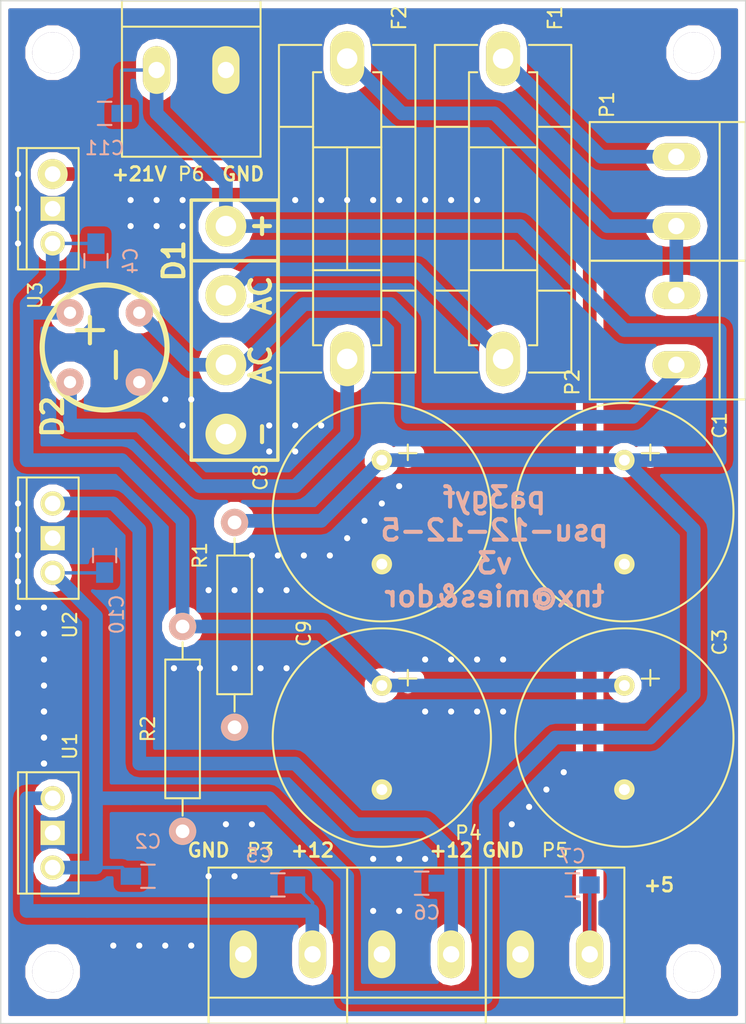
<source format=kicad_pcb>
(kicad_pcb (version 4) (host pcbnew "(after 2015-mar-04 BZR unknown)-product")

  (general
    (links 137)
    (no_connects 0)
    (area 10.109999 10.109999 64.820001 85.140001)
    (thickness 1.6)
    (drawings 13)
    (tracks 108)
    (zones 0)
    (modules 119)
    (nets 12)
  )

  (page A4)
  (layers
    (0 F.Cu signal hide)
    (31 B.Cu signal)
    (32 B.Adhes user)
    (33 F.Adhes user)
    (34 B.Paste user)
    (35 F.Paste user)
    (36 B.SilkS user)
    (37 F.SilkS user)
    (38 B.Mask user)
    (39 F.Mask user)
    (40 Dwgs.User user)
    (41 Cmts.User user)
    (42 Eco1.User user)
    (43 Eco2.User user)
    (44 Edge.Cuts user)
    (45 Margin user)
    (46 B.CrtYd user)
    (47 F.CrtYd user)
    (48 B.Fab user)
    (49 F.Fab user)
  )

  (setup
    (last_trace_width 0.25)
    (user_trace_width 1)
    (user_trace_width 2)
    (trace_clearance 0.2)
    (zone_clearance 0.508)
    (zone_45_only no)
    (trace_min 0.2)
    (segment_width 0.2)
    (edge_width 0.1)
    (via_size 0.6)
    (via_drill 0.4)
    (via_min_size 0.4)
    (via_min_drill 0.3)
    (uvia_size 0.3)
    (uvia_drill 0.1)
    (uvias_allowed no)
    (uvia_min_size 0.2)
    (uvia_min_drill 0.1)
    (pcb_text_width 0.3)
    (pcb_text_size 1.5 1.5)
    (mod_edge_width 0.15)
    (mod_text_size 1 1)
    (mod_text_width 0.15)
    (pad_size 1.99898 3.50012)
    (pad_drill 1.19888)
    (pad_to_mask_clearance 0)
    (aux_axis_origin 0 0)
    (visible_elements FFFFFFFF)
    (pcbplotparams
      (layerselection 0x010f0_80000001)
      (usegerberextensions false)
      (excludeedgelayer true)
      (linewidth 0.100000)
      (plotframeref false)
      (viasonmask false)
      (mode 1)
      (useauxorigin false)
      (hpglpennumber 1)
      (hpglpenspeed 20)
      (hpglpendiameter 15)
      (hpglpenoverlay 2)
      (psnegative false)
      (psa4output false)
      (plotreference true)
      (plotvalue false)
      (plotinvisibletext false)
      (padsonsilk false)
      (subtractmaskfromsilk false)
      (outputformat 1)
      (mirror false)
      (drillshape 0)
      (scaleselection 1)
      (outputdirectory gerber/))
  )

  (net 0 "")
  (net 1 GND)
  (net 2 "Net-(C1-Pad1)")
  (net 3 "Net-(C3-Pad1)")
  (net 4 "Net-(C5-Pad1)")
  (net 5 "Net-(C6-Pad1)")
  (net 6 "Net-(C7-Pad1)")
  (net 7 "Net-(D1-Pad2)")
  (net 8 "Net-(D1-Pad4)")
  (net 9 "Net-(D2-Pad4)")
  (net 10 "Net-(F1-Pad1)")
  (net 11 "Net-(F2-Pad1)")

  (net_class Default "This is the default net class."
    (clearance 0.2)
    (trace_width 0.25)
    (via_dia 0.6)
    (via_drill 0.4)
    (uvia_dia 0.3)
    (uvia_drill 0.1)
    (add_net GND)
    (add_net "Net-(C1-Pad1)")
    (add_net "Net-(C3-Pad1)")
    (add_net "Net-(C5-Pad1)")
    (add_net "Net-(C6-Pad1)")
    (add_net "Net-(C7-Pad1)")
    (add_net "Net-(D1-Pad2)")
    (add_net "Net-(D1-Pad4)")
    (add_net "Net-(D2-Pad4)")
    (add_net "Net-(F1-Pad1)")
    (add_net "Net-(F2-Pad1)")
  )

  (module via:via (layer F.Cu) (tedit 58190BAB) (tstamp 581C04D8)
    (at 23.495 26.67)
    (descr "Alternate Via")
    (fp_text reference "" (at 0 0) (layer F.SilkS) hide
      (effects (font (size 1 1) (thickness 0.15)))
    )
    (fp_text value "" (at 0 2.54) (layer F.Fab) hide
      (effects (font (size 1 1) (thickness 0.15)))
    )
    (pad 1 thru_hole circle (at 0 0) (size 0.97 0.97) (drill 0.45) (layers *.Cu *.Mask)
      (net 1 GND) (zone_connect 2))
  )

  (module via:via (layer F.Cu) (tedit 58190BAB) (tstamp 581C04CF)
    (at 23.495 24.765)
    (descr "Alternate Via")
    (fp_text reference "" (at 0 0) (layer F.SilkS) hide
      (effects (font (size 1 1) (thickness 0.15)))
    )
    (fp_text value "" (at 0 2.54) (layer F.Fab) hide
      (effects (font (size 1 1) (thickness 0.15)))
    )
    (pad 1 thru_hole circle (at 0 0) (size 0.97 0.97) (drill 0.45) (layers *.Cu *.Mask)
      (net 1 GND) (zone_connect 2))
  )

  (module via:via (layer F.Cu) (tedit 58190BAB) (tstamp 581C04C2)
    (at 28.575 50.8)
    (descr "Alternate Via")
    (fp_text reference "" (at 0 0) (layer F.SilkS) hide
      (effects (font (size 1 1) (thickness 0.15)))
    )
    (fp_text value "" (at 0 2.54) (layer F.Fab) hide
      (effects (font (size 1 1) (thickness 0.15)))
    )
    (pad 1 thru_hole circle (at 0 0) (size 0.97 0.97) (drill 0.45) (layers *.Cu *.Mask)
      (net 1 GND) (zone_connect 2))
  )

  (module via:via (layer F.Cu) (tedit 58190BAB) (tstamp 581C04B9)
    (at 30.48 50.8)
    (descr "Alternate Via")
    (fp_text reference "" (at 0 0) (layer F.SilkS) hide
      (effects (font (size 1 1) (thickness 0.15)))
    )
    (fp_text value "" (at 0 2.54) (layer F.Fab) hide
      (effects (font (size 1 1) (thickness 0.15)))
    )
    (pad 1 thru_hole circle (at 0 0) (size 0.97 0.97) (drill 0.45) (layers *.Cu *.Mask)
      (net 1 GND) (zone_connect 2))
  )

  (module via:via (layer F.Cu) (tedit 58190BAB) (tstamp 581C04B0)
    (at 32.385 50.8)
    (descr "Alternate Via")
    (fp_text reference "" (at 0 0) (layer F.SilkS) hide
      (effects (font (size 1 1) (thickness 0.15)))
    )
    (fp_text value "" (at 0 2.54) (layer F.Fab) hide
      (effects (font (size 1 1) (thickness 0.15)))
    )
    (pad 1 thru_hole circle (at 0 0) (size 0.97 0.97) (drill 0.45) (layers *.Cu *.Mask)
      (net 1 GND) (zone_connect 2))
  )

  (module via:via (layer F.Cu) (tedit 58190BAB) (tstamp 581C04A7)
    (at 34.29 50.8)
    (descr "Alternate Via")
    (fp_text reference "" (at 0 0) (layer F.SilkS) hide
      (effects (font (size 1 1) (thickness 0.15)))
    )
    (fp_text value "" (at 0 2.54) (layer F.Fab) hide
      (effects (font (size 1 1) (thickness 0.15)))
    )
    (pad 1 thru_hole circle (at 0 0) (size 0.97 0.97) (drill 0.45) (layers *.Cu *.Mask)
      (net 1 GND) (zone_connect 2))
  )

  (module via:via (layer F.Cu) (tedit 58190BAB) (tstamp 581C049E)
    (at 35.56 49.53)
    (descr "Alternate Via")
    (fp_text reference "" (at 0 0) (layer F.SilkS) hide
      (effects (font (size 1 1) (thickness 0.15)))
    )
    (fp_text value "" (at 0 2.54) (layer F.Fab) hide
      (effects (font (size 1 1) (thickness 0.15)))
    )
    (pad 1 thru_hole circle (at 0 0) (size 0.97 0.97) (drill 0.45) (layers *.Cu *.Mask)
      (net 1 GND) (zone_connect 2))
  )

  (module via:via (layer F.Cu) (tedit 58190BAB) (tstamp 581C0495)
    (at 36.83 48.26)
    (descr "Alternate Via")
    (fp_text reference "" (at 0 0) (layer F.SilkS) hide
      (effects (font (size 1 1) (thickness 0.15)))
    )
    (fp_text value "" (at 0 2.54) (layer F.Fab) hide
      (effects (font (size 1 1) (thickness 0.15)))
    )
    (pad 1 thru_hole circle (at 0 0) (size 0.97 0.97) (drill 0.45) (layers *.Cu *.Mask)
      (net 1 GND) (zone_connect 2))
  )

  (module via:via (layer F.Cu) (tedit 58190BAB) (tstamp 581C048C)
    (at 38.1 46.99)
    (descr "Alternate Via")
    (fp_text reference "" (at 0 0) (layer F.SilkS) hide
      (effects (font (size 1 1) (thickness 0.15)))
    )
    (fp_text value "" (at 0 2.54) (layer F.Fab) hide
      (effects (font (size 1 1) (thickness 0.15)))
    )
    (pad 1 thru_hole circle (at 0 0) (size 0.97 0.97) (drill 0.45) (layers *.Cu *.Mask)
      (net 1 GND) (zone_connect 2))
  )

  (module via:via (layer F.Cu) (tedit 58190BAB) (tstamp 581C0483)
    (at 39.37 45.72)
    (descr "Alternate Via")
    (fp_text reference "" (at 0 0) (layer F.SilkS) hide
      (effects (font (size 1 1) (thickness 0.15)))
    )
    (fp_text value "" (at 0 2.54) (layer F.Fab) hide
      (effects (font (size 1 1) (thickness 0.15)))
    )
    (pad 1 thru_hole circle (at 0 0) (size 0.97 0.97) (drill 0.45) (layers *.Cu *.Mask)
      (net 1 GND) (zone_connect 2))
  )

  (module via:via (layer F.Cu) (tedit 58190BAB) (tstamp 581C046D)
    (at 25.4 53.34)
    (descr "Alternate Via")
    (fp_text reference "" (at 0 0) (layer F.SilkS) hide
      (effects (font (size 1 1) (thickness 0.15)))
    )
    (fp_text value "" (at 0 2.54) (layer F.Fab) hide
      (effects (font (size 1 1) (thickness 0.15)))
    )
    (pad 1 thru_hole circle (at 0 0) (size 0.97 0.97) (drill 0.45) (layers *.Cu *.Mask)
      (net 1 GND) (zone_connect 2))
  )

  (module via:via (layer F.Cu) (tedit 58190BAB) (tstamp 581C0464)
    (at 27.305 53.34)
    (descr "Alternate Via")
    (fp_text reference "" (at 0 0) (layer F.SilkS) hide
      (effects (font (size 1 1) (thickness 0.15)))
    )
    (fp_text value "" (at 0 2.54) (layer F.Fab) hide
      (effects (font (size 1 1) (thickness 0.15)))
    )
    (pad 1 thru_hole circle (at 0 0) (size 0.97 0.97) (drill 0.45) (layers *.Cu *.Mask)
      (net 1 GND) (zone_connect 2))
  )

  (module via:via (layer F.Cu) (tedit 58190BAB) (tstamp 581C045B)
    (at 29.21 53.34)
    (descr "Alternate Via")
    (fp_text reference "" (at 0 0) (layer F.SilkS) hide
      (effects (font (size 1 1) (thickness 0.15)))
    )
    (fp_text value "" (at 0 2.54) (layer F.Fab) hide
      (effects (font (size 1 1) (thickness 0.15)))
    )
    (pad 1 thru_hole circle (at 0 0) (size 0.97 0.97) (drill 0.45) (layers *.Cu *.Mask)
      (net 1 GND) (zone_connect 2))
  )

  (module via:via (layer F.Cu) (tedit 58190BAB) (tstamp 581C0452)
    (at 31.115 53.34)
    (descr "Alternate Via")
    (fp_text reference "" (at 0 0) (layer F.SilkS) hide
      (effects (font (size 1 1) (thickness 0.15)))
    )
    (fp_text value "" (at 0 2.54) (layer F.Fab) hide
      (effects (font (size 1 1) (thickness 0.15)))
    )
    (pad 1 thru_hole circle (at 0 0) (size 0.97 0.97) (drill 0.45) (layers *.Cu *.Mask)
      (net 1 GND) (zone_connect 2))
  )

  (module via:via (layer F.Cu) (tedit 58190BAB) (tstamp 581C0444)
    (at 41.275 62.23)
    (descr "Alternate Via")
    (fp_text reference "" (at 0 0) (layer F.SilkS) hide
      (effects (font (size 1 1) (thickness 0.15)))
    )
    (fp_text value "" (at 0 2.54) (layer F.Fab) hide
      (effects (font (size 1 1) (thickness 0.15)))
    )
    (pad 1 thru_hole circle (at 0 0) (size 0.97 0.97) (drill 0.45) (layers *.Cu *.Mask)
      (net 1 GND) (zone_connect 2))
  )

  (module via:via (layer F.Cu) (tedit 58190BAB) (tstamp 581C043B)
    (at 43.18 62.23)
    (descr "Alternate Via")
    (fp_text reference "" (at 0 0) (layer F.SilkS) hide
      (effects (font (size 1 1) (thickness 0.15)))
    )
    (fp_text value "" (at 0 2.54) (layer F.Fab) hide
      (effects (font (size 1 1) (thickness 0.15)))
    )
    (pad 1 thru_hole circle (at 0 0) (size 0.97 0.97) (drill 0.45) (layers *.Cu *.Mask)
      (net 1 GND) (zone_connect 2))
  )

  (module via:via (layer F.Cu) (tedit 58190BAB) (tstamp 581C0432)
    (at 45.085 62.23)
    (descr "Alternate Via")
    (fp_text reference "" (at 0 0) (layer F.SilkS) hide
      (effects (font (size 1 1) (thickness 0.15)))
    )
    (fp_text value "" (at 0 2.54) (layer F.Fab) hide
      (effects (font (size 1 1) (thickness 0.15)))
    )
    (pad 1 thru_hole circle (at 0 0) (size 0.97 0.97) (drill 0.45) (layers *.Cu *.Mask)
      (net 1 GND) (zone_connect 2))
  )

  (module via:via (layer F.Cu) (tedit 58190BAB) (tstamp 581C0429)
    (at 46.99 62.23)
    (descr "Alternate Via")
    (fp_text reference "" (at 0 0) (layer F.SilkS) hide
      (effects (font (size 1 1) (thickness 0.15)))
    )
    (fp_text value "" (at 0 2.54) (layer F.Fab) hide
      (effects (font (size 1 1) (thickness 0.15)))
    )
    (pad 1 thru_hole circle (at 0 0) (size 0.97 0.97) (drill 0.45) (layers *.Cu *.Mask)
      (net 1 GND) (zone_connect 2))
  )

  (module via:via (layer F.Cu) (tedit 58190BAB) (tstamp 581C0420)
    (at 46.99 58.42)
    (descr "Alternate Via")
    (fp_text reference "" (at 0 0) (layer F.SilkS) hide
      (effects (font (size 1 1) (thickness 0.15)))
    )
    (fp_text value "" (at 0 2.54) (layer F.Fab) hide
      (effects (font (size 1 1) (thickness 0.15)))
    )
    (pad 1 thru_hole circle (at 0 0) (size 0.97 0.97) (drill 0.45) (layers *.Cu *.Mask)
      (net 1 GND) (zone_connect 2))
  )

  (module via:via (layer F.Cu) (tedit 58190BAB) (tstamp 581C0417)
    (at 45.085 58.42)
    (descr "Alternate Via")
    (fp_text reference "" (at 0 0) (layer F.SilkS) hide
      (effects (font (size 1 1) (thickness 0.15)))
    )
    (fp_text value "" (at 0 2.54) (layer F.Fab) hide
      (effects (font (size 1 1) (thickness 0.15)))
    )
    (pad 1 thru_hole circle (at 0 0) (size 0.97 0.97) (drill 0.45) (layers *.Cu *.Mask)
      (net 1 GND) (zone_connect 2))
  )

  (module via:via (layer F.Cu) (tedit 58190BAB) (tstamp 581C040E)
    (at 43.18 58.42)
    (descr "Alternate Via")
    (fp_text reference "" (at 0 0) (layer F.SilkS) hide
      (effects (font (size 1 1) (thickness 0.15)))
    )
    (fp_text value "" (at 0 2.54) (layer F.Fab) hide
      (effects (font (size 1 1) (thickness 0.15)))
    )
    (pad 1 thru_hole circle (at 0 0) (size 0.97 0.97) (drill 0.45) (layers *.Cu *.Mask)
      (net 1 GND) (zone_connect 2))
  )

  (module via:via (layer F.Cu) (tedit 58190BAB) (tstamp 581C0405)
    (at 41.275 58.42)
    (descr "Alternate Via")
    (fp_text reference "" (at 0 0) (layer F.SilkS) hide
      (effects (font (size 1 1) (thickness 0.15)))
    )
    (fp_text value "" (at 0 2.54) (layer F.Fab) hide
      (effects (font (size 1 1) (thickness 0.15)))
    )
    (pad 1 thru_hole circle (at 0 0) (size 0.97 0.97) (drill 0.45) (layers *.Cu *.Mask)
      (net 1 GND) (zone_connect 2))
  )

  (module via:via (layer F.Cu) (tedit 58190BAB) (tstamp 581C03EC)
    (at 51.435 66.675)
    (descr "Alternate Via")
    (fp_text reference "" (at 0 0) (layer F.SilkS) hide
      (effects (font (size 1 1) (thickness 0.15)))
    )
    (fp_text value "" (at 0 2.54) (layer F.Fab) hide
      (effects (font (size 1 1) (thickness 0.15)))
    )
    (pad 1 thru_hole circle (at 0 0) (size 0.97 0.97) (drill 0.45) (layers *.Cu *.Mask)
      (net 1 GND) (zone_connect 2))
  )

  (module via:via (layer F.Cu) (tedit 58190BAB) (tstamp 581C03E3)
    (at 50.165 67.945)
    (descr "Alternate Via")
    (fp_text reference "" (at 0 0) (layer F.SilkS) hide
      (effects (font (size 1 1) (thickness 0.15)))
    )
    (fp_text value "" (at 0 2.54) (layer F.Fab) hide
      (effects (font (size 1 1) (thickness 0.15)))
    )
    (pad 1 thru_hole circle (at 0 0) (size 0.97 0.97) (drill 0.45) (layers *.Cu *.Mask)
      (net 1 GND) (zone_connect 2))
  )

  (module via:via (layer F.Cu) (tedit 58190BAB) (tstamp 581C03DA)
    (at 48.895 69.215)
    (descr "Alternate Via")
    (fp_text reference "" (at 0 0) (layer F.SilkS) hide
      (effects (font (size 1 1) (thickness 0.15)))
    )
    (fp_text value "" (at 0 2.54) (layer F.Fab) hide
      (effects (font (size 1 1) (thickness 0.15)))
    )
    (pad 1 thru_hole circle (at 0 0) (size 0.97 0.97) (drill 0.45) (layers *.Cu *.Mask)
      (net 1 GND) (zone_connect 2))
  )

  (module via:via (layer F.Cu) (tedit 58190BAB) (tstamp 581C03D1)
    (at 47.625 70.485)
    (descr "Alternate Via")
    (fp_text reference "" (at 0 0) (layer F.SilkS) hide
      (effects (font (size 1 1) (thickness 0.15)))
    )
    (fp_text value "" (at 0 2.54) (layer F.Fab) hide
      (effects (font (size 1 1) (thickness 0.15)))
    )
    (pad 1 thru_hole circle (at 0 0) (size 0.97 0.97) (drill 0.45) (layers *.Cu *.Mask)
      (net 1 GND) (zone_connect 2))
  )

  (module via:via (layer F.Cu) (tedit 58190BAB) (tstamp 581C03C8)
    (at 39.37 76.835)
    (descr "Alternate Via")
    (fp_text reference "" (at 0 0) (layer F.SilkS) hide
      (effects (font (size 1 1) (thickness 0.15)))
    )
    (fp_text value "" (at 0 2.54) (layer F.Fab) hide
      (effects (font (size 1 1) (thickness 0.15)))
    )
    (pad 1 thru_hole circle (at 0 0) (size 0.97 0.97) (drill 0.45) (layers *.Cu *.Mask)
      (net 1 GND) (zone_connect 2))
  )

  (module via:via (layer F.Cu) (tedit 58190BAB) (tstamp 581C03BF)
    (at 37.465 76.835)
    (descr "Alternate Via")
    (fp_text reference "" (at 0 0) (layer F.SilkS) hide
      (effects (font (size 1 1) (thickness 0.15)))
    )
    (fp_text value "" (at 0 2.54) (layer F.Fab) hide
      (effects (font (size 1 1) (thickness 0.15)))
    )
    (pad 1 thru_hole circle (at 0 0) (size 0.97 0.97) (drill 0.45) (layers *.Cu *.Mask)
      (net 1 GND) (zone_connect 2))
  )

  (module via:via (layer F.Cu) (tedit 58190BAB) (tstamp 581C03A5)
    (at 41.275 73.025)
    (descr "Alternate Via")
    (fp_text reference "" (at 0 0) (layer F.SilkS) hide
      (effects (font (size 1 1) (thickness 0.15)))
    )
    (fp_text value "" (at 0 2.54) (layer F.Fab) hide
      (effects (font (size 1 1) (thickness 0.15)))
    )
    (pad 1 thru_hole circle (at 0 0) (size 0.97 0.97) (drill 0.45) (layers *.Cu *.Mask)
      (net 1 GND) (zone_connect 2))
  )

  (module via:via (layer F.Cu) (tedit 58190BAB) (tstamp 581C039C)
    (at 39.37 73.025)
    (descr "Alternate Via")
    (fp_text reference "" (at 0 0) (layer F.SilkS) hide
      (effects (font (size 1 1) (thickness 0.15)))
    )
    (fp_text value "" (at 0 2.54) (layer F.Fab) hide
      (effects (font (size 1 1) (thickness 0.15)))
    )
    (pad 1 thru_hole circle (at 0 0) (size 0.97 0.97) (drill 0.45) (layers *.Cu *.Mask)
      (net 1 GND) (zone_connect 2))
  )

  (module via:via (layer F.Cu) (tedit 58190BAB) (tstamp 581C0393)
    (at 37.465 73.025)
    (descr "Alternate Via")
    (fp_text reference "" (at 0 0) (layer F.SilkS) hide
      (effects (font (size 1 1) (thickness 0.15)))
    )
    (fp_text value "" (at 0 2.54) (layer F.Fab) hide
      (effects (font (size 1 1) (thickness 0.15)))
    )
    (pad 1 thru_hole circle (at 0 0) (size 0.97 0.97) (drill 0.45) (layers *.Cu *.Mask)
      (net 1 GND) (zone_connect 2))
  )

  (module via:via (layer F.Cu) (tedit 58190BAB) (tstamp 581C0342)
    (at 24.13 79.375)
    (descr "Alternate Via")
    (fp_text reference "" (at 0 0) (layer F.SilkS) hide
      (effects (font (size 1 1) (thickness 0.15)))
    )
    (fp_text value "" (at 0 2.54) (layer F.Fab) hide
      (effects (font (size 1 1) (thickness 0.15)))
    )
    (pad 1 thru_hole circle (at 0 0) (size 0.97 0.97) (drill 0.45) (layers *.Cu *.Mask)
      (net 1 GND) (zone_connect 2))
  )

  (module via:via (layer F.Cu) (tedit 58190BAB) (tstamp 581C0339)
    (at 22.225 79.375)
    (descr "Alternate Via")
    (fp_text reference "" (at 0 0) (layer F.SilkS) hide
      (effects (font (size 1 1) (thickness 0.15)))
    )
    (fp_text value "" (at 0 2.54) (layer F.Fab) hide
      (effects (font (size 1 1) (thickness 0.15)))
    )
    (pad 1 thru_hole circle (at 0 0) (size 0.97 0.97) (drill 0.45) (layers *.Cu *.Mask)
      (net 1 GND) (zone_connect 2))
  )

  (module via:via (layer F.Cu) (tedit 58190BAB) (tstamp 581C0330)
    (at 20.32 79.375)
    (descr "Alternate Via")
    (fp_text reference "" (at 0 0) (layer F.SilkS) hide
      (effects (font (size 1 1) (thickness 0.15)))
    )
    (fp_text value "" (at 0 2.54) (layer F.Fab) hide
      (effects (font (size 1 1) (thickness 0.15)))
    )
    (pad 1 thru_hole circle (at 0 0) (size 0.97 0.97) (drill 0.45) (layers *.Cu *.Mask)
      (net 1 GND) (zone_connect 2))
  )

  (module via:via (layer F.Cu) (tedit 58190BAB) (tstamp 581C0327)
    (at 18.415 79.375)
    (descr "Alternate Via")
    (fp_text reference "" (at 0 0) (layer F.SilkS) hide
      (effects (font (size 1 1) (thickness 0.15)))
    )
    (fp_text value "" (at 0 2.54) (layer F.Fab) hide
      (effects (font (size 1 1) (thickness 0.15)))
    )
    (pad 1 thru_hole circle (at 0 0) (size 0.97 0.97) (drill 0.45) (layers *.Cu *.Mask)
      (net 1 GND) (zone_connect 2))
  )

  (module via:via (layer F.Cu) (tedit 58190BAB) (tstamp 581C031F)
    (at 27.305 74.295)
    (descr "Alternate Via")
    (fp_text reference "" (at 0 0) (layer F.SilkS) hide
      (effects (font (size 1 1) (thickness 0.15)))
    )
    (fp_text value "" (at 0 2.54) (layer F.Fab) hide
      (effects (font (size 1 1) (thickness 0.15)))
    )
    (pad 1 thru_hole circle (at 0 0) (size 0.97 0.97) (drill 0.45) (layers *.Cu *.Mask)
      (net 1 GND) (zone_connect 2))
  )

  (module via:via (layer F.Cu) (tedit 58190BAB) (tstamp 581C0316)
    (at 25.4 74.295)
    (descr "Alternate Via")
    (fp_text reference "" (at 0 0) (layer F.SilkS) hide
      (effects (font (size 1 1) (thickness 0.15)))
    )
    (fp_text value "" (at 0 2.54) (layer F.Fab) hide
      (effects (font (size 1 1) (thickness 0.15)))
    )
    (pad 1 thru_hole circle (at 0 0) (size 0.97 0.97) (drill 0.45) (layers *.Cu *.Mask)
      (net 1 GND) (zone_connect 2))
  )

  (module via:via (layer F.Cu) (tedit 58190BAB) (tstamp 581C02FB)
    (at 28.575 70.485)
    (descr "Alternate Via")
    (fp_text reference "" (at 0 0) (layer F.SilkS) hide
      (effects (font (size 1 1) (thickness 0.15)))
    )
    (fp_text value "" (at 0 2.54) (layer F.Fab) hide
      (effects (font (size 1 1) (thickness 0.15)))
    )
    (pad 1 thru_hole circle (at 0 0) (size 0.97 0.97) (drill 0.45) (layers *.Cu *.Mask)
      (net 1 GND) (zone_connect 2))
  )

  (module via:via (layer F.Cu) (tedit 58190BAB) (tstamp 581C02F2)
    (at 26.67 70.485)
    (descr "Alternate Via")
    (fp_text reference "" (at 0 0) (layer F.SilkS) hide
      (effects (font (size 1 1) (thickness 0.15)))
    )
    (fp_text value "" (at 0 2.54) (layer F.Fab) hide
      (effects (font (size 1 1) (thickness 0.15)))
    )
    (pad 1 thru_hole circle (at 0 0) (size 0.97 0.97) (drill 0.45) (layers *.Cu *.Mask)
      (net 1 GND) (zone_connect 2))
  )

  (module via:via (layer F.Cu) (tedit 58190BAB) (tstamp 581C02E9)
    (at 13.335 62.23)
    (descr "Alternate Via")
    (fp_text reference "" (at 0 0) (layer F.SilkS) hide
      (effects (font (size 1 1) (thickness 0.15)))
    )
    (fp_text value "" (at 0 2.54) (layer F.Fab) hide
      (effects (font (size 1 1) (thickness 0.15)))
    )
    (pad 1 thru_hole circle (at 0 0) (size 0.97 0.97) (drill 0.45) (layers *.Cu *.Mask)
      (net 1 GND) (zone_connect 2))
  )

  (module via:via (layer F.Cu) (tedit 58190BAB) (tstamp 581C02E5)
    (at 13.335 64.135)
    (descr "Alternate Via")
    (fp_text reference "" (at 0 0) (layer F.SilkS) hide
      (effects (font (size 1 1) (thickness 0.15)))
    )
    (fp_text value "" (at 0 2.54) (layer F.Fab) hide
      (effects (font (size 1 1) (thickness 0.15)))
    )
    (pad 1 thru_hole circle (at 0 0) (size 0.97 0.97) (drill 0.45) (layers *.Cu *.Mask)
      (net 1 GND) (zone_connect 2))
  )

  (module via:via (layer F.Cu) (tedit 58190BAB) (tstamp 581C02D9)
    (at 13.335 66.04)
    (descr "Alternate Via")
    (fp_text reference "" (at 0 0) (layer F.SilkS) hide
      (effects (font (size 1 1) (thickness 0.15)))
    )
    (fp_text value "" (at 0 2.54) (layer F.Fab) hide
      (effects (font (size 1 1) (thickness 0.15)))
    )
    (pad 1 thru_hole circle (at 0 0) (size 0.97 0.97) (drill 0.45) (layers *.Cu *.Mask)
      (net 1 GND) (zone_connect 2))
  )

  (module via:via (layer F.Cu) (tedit 58190BAB) (tstamp 581C02D5)
    (at 13.335 66.04)
    (descr "Alternate Via")
    (fp_text reference "" (at 0 0) (layer F.SilkS) hide
      (effects (font (size 1 1) (thickness 0.15)))
    )
    (fp_text value "" (at 0 2.54) (layer F.Fab) hide
      (effects (font (size 1 1) (thickness 0.15)))
    )
    (pad 1 thru_hole circle (at 0 0) (size 0.97 0.97) (drill 0.45) (layers *.Cu *.Mask)
      (net 1 GND) (zone_connect 2))
  )

  (module via:via (layer F.Cu) (tedit 58190BAB) (tstamp 581C02C9)
    (at 13.335 64.135)
    (descr "Alternate Via")
    (fp_text reference "" (at 0 0) (layer F.SilkS) hide
      (effects (font (size 1 1) (thickness 0.15)))
    )
    (fp_text value "" (at 0 2.54) (layer F.Fab) hide
      (effects (font (size 1 1) (thickness 0.15)))
    )
    (pad 1 thru_hole circle (at 0 0) (size 0.97 0.97) (drill 0.45) (layers *.Cu *.Mask)
      (net 1 GND) (zone_connect 2))
  )

  (module via:via (layer F.Cu) (tedit 58190BAB) (tstamp 581C02C5)
    (at 13.335 62.23)
    (descr "Alternate Via")
    (fp_text reference "" (at 0 0) (layer F.SilkS) hide
      (effects (font (size 1 1) (thickness 0.15)))
    )
    (fp_text value "" (at 0 2.54) (layer F.Fab) hide
      (effects (font (size 1 1) (thickness 0.15)))
    )
    (pad 1 thru_hole circle (at 0 0) (size 0.97 0.97) (drill 0.45) (layers *.Cu *.Mask)
      (net 1 GND) (zone_connect 2))
  )

  (module via:via (layer F.Cu) (tedit 58190BAB) (tstamp 581C02B9)
    (at 13.335 62.23)
    (descr "Alternate Via")
    (fp_text reference "" (at 0 0) (layer F.SilkS) hide
      (effects (font (size 1 1) (thickness 0.15)))
    )
    (fp_text value "" (at 0 2.54) (layer F.Fab) hide
      (effects (font (size 1 1) (thickness 0.15)))
    )
    (pad 1 thru_hole circle (at 0 0) (size 0.97 0.97) (drill 0.45) (layers *.Cu *.Mask)
      (net 1 GND) (zone_connect 2))
  )

  (module via:via (layer F.Cu) (tedit 58190BAB) (tstamp 581C02B5)
    (at 13.335 64.135)
    (descr "Alternate Via")
    (fp_text reference "" (at 0 0) (layer F.SilkS) hide
      (effects (font (size 1 1) (thickness 0.15)))
    )
    (fp_text value "" (at 0 2.54) (layer F.Fab) hide
      (effects (font (size 1 1) (thickness 0.15)))
    )
    (pad 1 thru_hole circle (at 0 0) (size 0.97 0.97) (drill 0.45) (layers *.Cu *.Mask)
      (net 1 GND) (zone_connect 2))
  )

  (module via:via (layer F.Cu) (tedit 58190BAB) (tstamp 581C02A9)
    (at 13.335 66.04)
    (descr "Alternate Via")
    (fp_text reference "" (at 0 0) (layer F.SilkS) hide
      (effects (font (size 1 1) (thickness 0.15)))
    )
    (fp_text value "" (at 0 2.54) (layer F.Fab) hide
      (effects (font (size 1 1) (thickness 0.15)))
    )
    (pad 1 thru_hole circle (at 0 0) (size 0.97 0.97) (drill 0.45) (layers *.Cu *.Mask)
      (net 1 GND) (zone_connect 2))
  )

  (module via:via (layer F.Cu) (tedit 58190BAB) (tstamp 581C02A1)
    (at 13.335 66.04)
    (descr "Alternate Via")
    (fp_text reference "" (at 0 0) (layer F.SilkS) hide
      (effects (font (size 1 1) (thickness 0.15)))
    )
    (fp_text value "" (at 0 2.54) (layer F.Fab) hide
      (effects (font (size 1 1) (thickness 0.15)))
    )
    (pad 1 thru_hole circle (at 0 0) (size 0.97 0.97) (drill 0.45) (layers *.Cu *.Mask)
      (net 1 GND) (zone_connect 2))
  )

  (module via:via (layer F.Cu) (tedit 58190BAB) (tstamp 581C0287)
    (at 13.335 64.135)
    (descr "Alternate Via")
    (fp_text reference "" (at 0 0) (layer F.SilkS) hide
      (effects (font (size 1 1) (thickness 0.15)))
    )
    (fp_text value "" (at 0 2.54) (layer F.Fab) hide
      (effects (font (size 1 1) (thickness 0.15)))
    )
    (pad 1 thru_hole circle (at 0 0) (size 0.97 0.97) (drill 0.45) (layers *.Cu *.Mask)
      (net 1 GND) (zone_connect 2))
  )

  (module via:via (layer F.Cu) (tedit 58190BAB) (tstamp 581C027F)
    (at 13.335 62.23)
    (descr "Alternate Via")
    (fp_text reference "" (at 0 0) (layer F.SilkS) hide
      (effects (font (size 1 1) (thickness 0.15)))
    )
    (fp_text value "" (at 0 2.54) (layer F.Fab) hide
      (effects (font (size 1 1) (thickness 0.15)))
    )
    (pad 1 thru_hole circle (at 0 0) (size 0.97 0.97) (drill 0.45) (layers *.Cu *.Mask)
      (net 1 GND) (zone_connect 2))
  )

  (module via:via (layer F.Cu) (tedit 58190BAB) (tstamp 581C0264)
    (at 13.335 60.325)
    (descr "Alternate Via")
    (fp_text reference "" (at 0 0) (layer F.SilkS) hide
      (effects (font (size 1 1) (thickness 0.15)))
    )
    (fp_text value "" (at 0 2.54) (layer F.Fab) hide
      (effects (font (size 1 1) (thickness 0.15)))
    )
    (pad 1 thru_hole circle (at 0 0) (size 0.97 0.97) (drill 0.45) (layers *.Cu *.Mask)
      (net 1 GND) (zone_connect 2))
  )

  (module via:via (layer F.Cu) (tedit 58190BAB) (tstamp 581C025B)
    (at 13.335 58.42)
    (descr "Alternate Via")
    (fp_text reference "" (at 0 0) (layer F.SilkS) hide
      (effects (font (size 1 1) (thickness 0.15)))
    )
    (fp_text value "" (at 0 2.54) (layer F.Fab) hide
      (effects (font (size 1 1) (thickness 0.15)))
    )
    (pad 1 thru_hole circle (at 0 0) (size 0.97 0.97) (drill 0.45) (layers *.Cu *.Mask)
      (net 1 GND) (zone_connect 2))
  )

  (module via:via (layer F.Cu) (tedit 58190BAB) (tstamp 581C0249)
    (at 11.43 56.515)
    (descr "Alternate Via")
    (fp_text reference "" (at 0 0) (layer F.SilkS) hide
      (effects (font (size 1 1) (thickness 0.15)))
    )
    (fp_text value "" (at 0 2.54) (layer F.Fab) hide
      (effects (font (size 1 1) (thickness 0.15)))
    )
    (pad 1 thru_hole circle (at 0 0) (size 0.97 0.97) (drill 0.45) (layers *.Cu *.Mask)
      (net 1 GND) (zone_connect 2))
  )

  (module via:via (layer F.Cu) (tedit 58190BAB) (tstamp 581C0240)
    (at 13.335 56.515)
    (descr "Alternate Via")
    (fp_text reference "" (at 0 0) (layer F.SilkS) hide
      (effects (font (size 1 1) (thickness 0.15)))
    )
    (fp_text value "" (at 0 2.54) (layer F.Fab) hide
      (effects (font (size 1 1) (thickness 0.15)))
    )
    (pad 1 thru_hole circle (at 0 0) (size 0.97 0.97) (drill 0.45) (layers *.Cu *.Mask)
      (net 1 GND) (zone_connect 2))
  )

  (module via:via (layer F.Cu) (tedit 58190BAB) (tstamp 581C0238)
    (at 13.335 54.61)
    (descr "Alternate Via")
    (fp_text reference "" (at 0 0) (layer F.SilkS) hide
      (effects (font (size 1 1) (thickness 0.15)))
    )
    (fp_text value "" (at 0 2.54) (layer F.Fab) hide
      (effects (font (size 1 1) (thickness 0.15)))
    )
    (pad 1 thru_hole circle (at 0 0) (size 0.97 0.97) (drill 0.45) (layers *.Cu *.Mask)
      (net 1 GND) (zone_connect 2))
  )

  (module via:via (layer F.Cu) (tedit 58190BAB) (tstamp 581C022F)
    (at 11.43 54.61)
    (descr "Alternate Via")
    (fp_text reference "" (at 0 0) (layer F.SilkS) hide
      (effects (font (size 1 1) (thickness 0.15)))
    )
    (fp_text value "" (at 0 2.54) (layer F.Fab) hide
      (effects (font (size 1 1) (thickness 0.15)))
    )
    (pad 1 thru_hole circle (at 0 0) (size 0.97 0.97) (drill 0.45) (layers *.Cu *.Mask)
      (net 1 GND) (zone_connect 2))
  )

  (module via:via (layer F.Cu) (tedit 58190BAB) (tstamp 581C0226)
    (at 11.43 52.705)
    (descr "Alternate Via")
    (fp_text reference "" (at 0 0) (layer F.SilkS) hide
      (effects (font (size 1 1) (thickness 0.15)))
    )
    (fp_text value "" (at 0 2.54) (layer F.Fab) hide
      (effects (font (size 1 1) (thickness 0.15)))
    )
    (pad 1 thru_hole circle (at 0 0) (size 0.97 0.97) (drill 0.45) (layers *.Cu *.Mask)
      (net 1 GND) (zone_connect 2))
  )

  (module via:via (layer F.Cu) (tedit 58190BAB) (tstamp 581C021D)
    (at 11.43 50.8)
    (descr "Alternate Via")
    (fp_text reference "" (at 0 0) (layer F.SilkS) hide
      (effects (font (size 1 1) (thickness 0.15)))
    )
    (fp_text value "" (at 0 2.54) (layer F.Fab) hide
      (effects (font (size 1 1) (thickness 0.15)))
    )
    (pad 1 thru_hole circle (at 0 0) (size 0.97 0.97) (drill 0.45) (layers *.Cu *.Mask)
      (net 1 GND) (zone_connect 2))
  )

  (module via:via (layer F.Cu) (tedit 58190BAB) (tstamp 581C0214)
    (at 11.43 48.895)
    (descr "Alternate Via")
    (fp_text reference "" (at 0 0) (layer F.SilkS) hide
      (effects (font (size 1 1) (thickness 0.15)))
    )
    (fp_text value "" (at 0 2.54) (layer F.Fab) hide
      (effects (font (size 1 1) (thickness 0.15)))
    )
    (pad 1 thru_hole circle (at 0 0) (size 0.97 0.97) (drill 0.45) (layers *.Cu *.Mask)
      (net 1 GND) (zone_connect 2))
  )

  (module via:via (layer F.Cu) (tedit 58190BAB) (tstamp 581C020B)
    (at 11.43 46.99)
    (descr "Alternate Via")
    (fp_text reference "" (at 0 0) (layer F.SilkS) hide
      (effects (font (size 1 1) (thickness 0.15)))
    )
    (fp_text value "" (at 0 2.54) (layer F.Fab) hide
      (effects (font (size 1 1) (thickness 0.15)))
    )
    (pad 1 thru_hole circle (at 0 0) (size 0.97 0.97) (drill 0.45) (layers *.Cu *.Mask)
      (net 1 GND) (zone_connect 2))
  )

  (module via:via (layer F.Cu) (tedit 58190BAB) (tstamp 581C0202)
    (at 24.765 59.055)
    (descr "Alternate Via")
    (fp_text reference "" (at 0 0) (layer F.SilkS) hide
      (effects (font (size 1 1) (thickness 0.15)))
    )
    (fp_text value "" (at 0 2.54) (layer F.Fab) hide
      (effects (font (size 1 1) (thickness 0.15)))
    )
    (pad 1 thru_hole circle (at 0 0) (size 0.97 0.97) (drill 0.45) (layers *.Cu *.Mask)
      (net 1 GND) (zone_connect 2))
  )

  (module via:via (layer F.Cu) (tedit 58190BAB) (tstamp 581C01F0)
    (at 31.115 59.055)
    (descr "Alternate Via")
    (fp_text reference "" (at 0 0) (layer F.SilkS) hide
      (effects (font (size 1 1) (thickness 0.15)))
    )
    (fp_text value "" (at 0 2.54) (layer F.Fab) hide
      (effects (font (size 1 1) (thickness 0.15)))
    )
    (pad 1 thru_hole circle (at 0 0) (size 0.97 0.97) (drill 0.45) (layers *.Cu *.Mask)
      (net 1 GND) (zone_connect 2))
  )

  (module via:via (layer F.Cu) (tedit 58190BAB) (tstamp 581C01C4)
    (at 22.86 59.055)
    (descr "Alternate Via")
    (fp_text reference "" (at 0 0) (layer F.SilkS) hide
      (effects (font (size 1 1) (thickness 0.15)))
    )
    (fp_text value "" (at 0 2.54) (layer F.Fab) hide
      (effects (font (size 1 1) (thickness 0.15)))
    )
    (pad 1 thru_hole circle (at 0 0) (size 0.97 0.97) (drill 0.45) (layers *.Cu *.Mask)
      (net 1 GND) (zone_connect 2))
  )

  (module via:via (layer F.Cu) (tedit 58190BAB) (tstamp 581C01BC)
    (at 29.21 59.055)
    (descr "Alternate Via")
    (fp_text reference "" (at 0 0) (layer F.SilkS) hide
      (effects (font (size 1 1) (thickness 0.15)))
    )
    (fp_text value "" (at 0 2.54) (layer F.Fab) hide
      (effects (font (size 1 1) (thickness 0.15)))
    )
    (pad 1 thru_hole circle (at 0 0) (size 0.97 0.97) (drill 0.45) (layers *.Cu *.Mask)
      (net 1 GND) (zone_connect 2))
  )

  (module via:via (layer F.Cu) (tedit 58190BAB) (tstamp 581C01B3)
    (at 27.305 59.055)
    (descr "Alternate Via")
    (fp_text reference "" (at 0 0) (layer F.SilkS) hide
      (effects (font (size 1 1) (thickness 0.15)))
    )
    (fp_text value "" (at 0 2.54) (layer F.Fab) hide
      (effects (font (size 1 1) (thickness 0.15)))
    )
    (pad 1 thru_hole circle (at 0 0) (size 0.97 0.97) (drill 0.45) (layers *.Cu *.Mask)
      (net 1 GND) (zone_connect 2))
  )

  (module via:via (layer F.Cu) (tedit 58190BAB) (tstamp 581C01AA)
    (at 23.495 41.275)
    (descr "Alternate Via")
    (fp_text reference "" (at 0 0) (layer F.SilkS) hide
      (effects (font (size 1 1) (thickness 0.15)))
    )
    (fp_text value "" (at 0 2.54) (layer F.Fab) hide
      (effects (font (size 1 1) (thickness 0.15)))
    )
    (pad 1 thru_hole circle (at 0 0) (size 0.97 0.97) (drill 0.45) (layers *.Cu *.Mask)
      (net 1 GND) (zone_connect 2))
  )

  (module via:via (layer F.Cu) (tedit 58190BAB) (tstamp 581C01A1)
    (at 22.225 39.37)
    (descr "Alternate Via")
    (fp_text reference "" (at 0 0) (layer F.SilkS) hide
      (effects (font (size 1 1) (thickness 0.15)))
    )
    (fp_text value "" (at 0 2.54) (layer F.Fab) hide
      (effects (font (size 1 1) (thickness 0.15)))
    )
    (pad 1 thru_hole circle (at 0 0) (size 0.97 0.97) (drill 0.45) (layers *.Cu *.Mask)
      (net 1 GND) (zone_connect 2))
  )

  (module via:via (layer F.Cu) (tedit 58190BAB) (tstamp 581C0198)
    (at 24.13 39.37)
    (descr "Alternate Via")
    (fp_text reference "" (at 0 0) (layer F.SilkS) hide
      (effects (font (size 1 1) (thickness 0.15)))
    )
    (fp_text value "" (at 0 2.54) (layer F.Fab) hide
      (effects (font (size 1 1) (thickness 0.15)))
    )
    (pad 1 thru_hole circle (at 0 0) (size 0.97 0.97) (drill 0.45) (layers *.Cu *.Mask)
      (net 1 GND) (zone_connect 2))
  )

  (module via:via (layer F.Cu) (tedit 58190BAB) (tstamp 581C018F)
    (at 45.085 24.765)
    (descr "Alternate Via")
    (fp_text reference "" (at 0 0) (layer F.SilkS) hide
      (effects (font (size 1 1) (thickness 0.15)))
    )
    (fp_text value "" (at 0 2.54) (layer F.Fab) hide
      (effects (font (size 1 1) (thickness 0.15)))
    )
    (pad 1 thru_hole circle (at 0 0) (size 0.97 0.97) (drill 0.45) (layers *.Cu *.Mask)
      (net 1 GND) (zone_connect 2))
  )

  (module via:via (layer F.Cu) (tedit 58190BAB) (tstamp 581C0186)
    (at 43.18 24.765)
    (descr "Alternate Via")
    (fp_text reference "" (at 0 0) (layer F.SilkS) hide
      (effects (font (size 1 1) (thickness 0.15)))
    )
    (fp_text value "" (at 0 2.54) (layer F.Fab) hide
      (effects (font (size 1 1) (thickness 0.15)))
    )
    (pad 1 thru_hole circle (at 0 0) (size 0.97 0.97) (drill 0.45) (layers *.Cu *.Mask)
      (net 1 GND) (zone_connect 2))
  )

  (module via:via (layer F.Cu) (tedit 58190BAB) (tstamp 581C017D)
    (at 41.275 24.765)
    (descr "Alternate Via")
    (fp_text reference "" (at 0 0) (layer F.SilkS) hide
      (effects (font (size 1 1) (thickness 0.15)))
    )
    (fp_text value "" (at 0 2.54) (layer F.Fab) hide
      (effects (font (size 1 1) (thickness 0.15)))
    )
    (pad 1 thru_hole circle (at 0 0) (size 0.97 0.97) (drill 0.45) (layers *.Cu *.Mask)
      (net 1 GND) (zone_connect 2))
  )

  (module via:via (layer F.Cu) (tedit 58190BAB) (tstamp 581C0174)
    (at 39.37 24.765)
    (descr "Alternate Via")
    (fp_text reference "" (at 0 0) (layer F.SilkS) hide
      (effects (font (size 1 1) (thickness 0.15)))
    )
    (fp_text value "" (at 0 2.54) (layer F.Fab) hide
      (effects (font (size 1 1) (thickness 0.15)))
    )
    (pad 1 thru_hole circle (at 0 0) (size 0.97 0.97) (drill 0.45) (layers *.Cu *.Mask)
      (net 1 GND) (zone_connect 2))
  )

  (module via:via (layer F.Cu) (tedit 58190BAB) (tstamp 581C016B)
    (at 37.465 24.765)
    (descr "Alternate Via")
    (fp_text reference "" (at 0 0) (layer F.SilkS) hide
      (effects (font (size 1 1) (thickness 0.15)))
    )
    (fp_text value "" (at 0 2.54) (layer F.Fab) hide
      (effects (font (size 1 1) (thickness 0.15)))
    )
    (pad 1 thru_hole circle (at 0 0) (size 0.97 0.97) (drill 0.45) (layers *.Cu *.Mask)
      (net 1 GND) (zone_connect 2))
  )

  (module via:via (layer F.Cu) (tedit 58190BAB) (tstamp 581C0162)
    (at 35.56 24.765)
    (descr "Alternate Via")
    (fp_text reference "" (at 0 0) (layer F.SilkS) hide
      (effects (font (size 1 1) (thickness 0.15)))
    )
    (fp_text value "" (at 0 2.54) (layer F.Fab) hide
      (effects (font (size 1 1) (thickness 0.15)))
    )
    (pad 1 thru_hole circle (at 0 0) (size 0.97 0.97) (drill 0.45) (layers *.Cu *.Mask)
      (net 1 GND) (zone_connect 2))
  )

  (module via:via (layer F.Cu) (tedit 58190BAB) (tstamp 581C0159)
    (at 33.655 24.765)
    (descr "Alternate Via")
    (fp_text reference "" (at 0 0) (layer F.SilkS) hide
      (effects (font (size 1 1) (thickness 0.15)))
    )
    (fp_text value "" (at 0 2.54) (layer F.Fab) hide
      (effects (font (size 1 1) (thickness 0.15)))
    )
    (pad 1 thru_hole circle (at 0 0) (size 0.97 0.97) (drill 0.45) (layers *.Cu *.Mask)
      (net 1 GND) (zone_connect 2))
  )

  (module via:via (layer F.Cu) (tedit 58190BAB) (tstamp 581C0150)
    (at 31.75 24.765)
    (descr "Alternate Via")
    (fp_text reference "" (at 0 0) (layer F.SilkS) hide
      (effects (font (size 1 1) (thickness 0.15)))
    )
    (fp_text value "" (at 0 2.54) (layer F.Fab) hide
      (effects (font (size 1 1) (thickness 0.15)))
    )
    (pad 1 thru_hole circle (at 0 0) (size 0.97 0.97) (drill 0.45) (layers *.Cu *.Mask)
      (net 1 GND) (zone_connect 2))
  )

  (module via:via (layer F.Cu) (tedit 58190BAB) (tstamp 581C0147)
    (at 11.43 27.94)
    (descr "Alternate Via")
    (fp_text reference "" (at 0 0) (layer F.SilkS) hide
      (effects (font (size 1 1) (thickness 0.15)))
    )
    (fp_text value "" (at 0 2.54) (layer F.Fab) hide
      (effects (font (size 1 1) (thickness 0.15)))
    )
    (pad 1 thru_hole circle (at 0 0) (size 0.97 0.97) (drill 0.45) (layers *.Cu *.Mask)
      (net 1 GND) (zone_connect 2))
  )

  (module via:via (layer F.Cu) (tedit 58190BAB) (tstamp 581C013F)
    (at 11.43 22.86)
    (descr "Alternate Via")
    (fp_text reference "" (at 0 0) (layer F.SilkS) hide
      (effects (font (size 1 1) (thickness 0.15)))
    )
    (fp_text value "" (at 0 2.54) (layer F.Fab) hide
      (effects (font (size 1 1) (thickness 0.15)))
    )
    (pad 1 thru_hole circle (at 0 0) (size 0.97 0.97) (drill 0.45) (layers *.Cu *.Mask)
      (net 1 GND) (zone_connect 2))
  )

  (module via:via (layer F.Cu) (tedit 58190BAB) (tstamp 581C0136)
    (at 11.43 25.4)
    (descr "Alternate Via")
    (fp_text reference "" (at 0 0) (layer F.SilkS) hide
      (effects (font (size 1 1) (thickness 0.15)))
    )
    (fp_text value "" (at 0 2.54) (layer F.Fab) hide
      (effects (font (size 1 1) (thickness 0.15)))
    )
    (pad 1 thru_hole circle (at 0 0) (size 0.97 0.97) (drill 0.45) (layers *.Cu *.Mask)
      (net 1 GND) (zone_connect 2))
  )

  (module via:via (layer F.Cu) (tedit 58190BAB) (tstamp 581C012D)
    (at 19.685 26.67)
    (descr "Alternate Via")
    (fp_text reference "" (at 0 0) (layer F.SilkS) hide
      (effects (font (size 1 1) (thickness 0.15)))
    )
    (fp_text value "" (at 0 2.54) (layer F.Fab) hide
      (effects (font (size 1 1) (thickness 0.15)))
    )
    (pad 1 thru_hole circle (at 0 0) (size 0.97 0.97) (drill 0.45) (layers *.Cu *.Mask)
      (net 1 GND) (zone_connect 2))
  )

  (module via:via (layer F.Cu) (tedit 58190BAB) (tstamp 581C0124)
    (at 21.59 26.67)
    (descr "Alternate Via")
    (fp_text reference "" (at 0 0) (layer F.SilkS) hide
      (effects (font (size 1 1) (thickness 0.15)))
    )
    (fp_text value "" (at 0 2.54) (layer F.Fab) hide
      (effects (font (size 1 1) (thickness 0.15)))
    )
    (pad 1 thru_hole circle (at 0 0) (size 0.97 0.97) (drill 0.45) (layers *.Cu *.Mask)
      (net 1 GND) (zone_connect 2))
  )

  (module via:via (layer F.Cu) (tedit 58190BAB) (tstamp 581C011B)
    (at 21.59 24.765)
    (descr "Alternate Via")
    (fp_text reference "" (at 0 0) (layer F.SilkS) hide
      (effects (font (size 1 1) (thickness 0.15)))
    )
    (fp_text value "" (at 0 2.54) (layer F.Fab) hide
      (effects (font (size 1 1) (thickness 0.15)))
    )
    (pad 1 thru_hole circle (at 0 0) (size 0.97 0.97) (drill 0.45) (layers *.Cu *.Mask)
      (net 1 GND) (zone_connect 2))
  )

  (module via:via (layer F.Cu) (tedit 58190BAB) (tstamp 581C0112)
    (at 19.685 24.765)
    (descr "Alternate Via")
    (fp_text reference "" (at 0 0) (layer F.SilkS) hide
      (effects (font (size 1 1) (thickness 0.15)))
    )
    (fp_text value "" (at 0 2.54) (layer F.Fab) hide
      (effects (font (size 1 1) (thickness 0.15)))
    )
    (pad 1 thru_hole circle (at 0 0) (size 0.97 0.97) (drill 0.45) (layers *.Cu *.Mask)
      (net 1 GND) (zone_connect 2))
  )

  (module via:via (layer F.Cu) (tedit 58190BAB) (tstamp 581C0107)
    (at 29.845 43.18)
    (descr "Alternate Via")
    (fp_text reference "" (at 0 0) (layer F.SilkS) hide
      (effects (font (size 1 1) (thickness 0.15)))
    )
    (fp_text value "" (at 0 2.54) (layer F.Fab) hide
      (effects (font (size 1 1) (thickness 0.15)))
    )
    (pad 1 thru_hole circle (at 0 0) (size 0.97 0.97) (drill 0.45) (layers *.Cu *.Mask)
      (net 1 GND) (zone_connect 2))
  )

  (module via:via (layer F.Cu) (tedit 58190BAB) (tstamp 581C00FE)
    (at 29.845 41.275)
    (descr "Alternate Via")
    (fp_text reference "" (at 0 0) (layer F.SilkS) hide
      (effects (font (size 1 1) (thickness 0.15)))
    )
    (fp_text value "" (at 0 2.54) (layer F.Fab) hide
      (effects (font (size 1 1) (thickness 0.15)))
    )
    (pad 1 thru_hole circle (at 0 0) (size 0.97 0.97) (drill 0.45) (layers *.Cu *.Mask)
      (net 1 GND) (zone_connect 2))
  )

  (module via:via (layer F.Cu) (tedit 58190BAB) (tstamp 581C00E7)
    (at 33.655 41.275)
    (descr "Alternate Via")
    (fp_text reference "" (at 0 0) (layer F.SilkS) hide
      (effects (font (size 1 1) (thickness 0.15)))
    )
    (fp_text value "" (at 0 2.54) (layer F.Fab) hide
      (effects (font (size 1 1) (thickness 0.15)))
    )
    (pad 1 thru_hole circle (at 0 0) (size 0.97 0.97) (drill 0.45) (layers *.Cu *.Mask)
      (net 1 GND) (zone_connect 2))
  )

  (module via:via (layer F.Cu) (tedit 58190BAB) (tstamp 581C00C7)
    (at 31.75 41.275)
    (descr "Alternate Via")
    (fp_text reference "" (at 0 0) (layer F.SilkS) hide
      (effects (font (size 1 1) (thickness 0.15)))
    )
    (fp_text value "" (at 0 2.54) (layer F.Fab) hide
      (effects (font (size 1 1) (thickness 0.15)))
    )
    (pad 1 thru_hole circle (at 0 0) (size 0.97 0.97) (drill 0.45) (layers *.Cu *.Mask)
      (net 1 GND) (zone_connect 2))
  )

  (module via:via (layer F.Cu) (tedit 58190BAB) (tstamp 581C0093)
    (at 31.75 43.18)
    (descr "Alternate Via")
    (fp_text reference "" (at 0 0) (layer F.SilkS) hide
      (effects (font (size 1 1) (thickness 0.15)))
    )
    (fp_text value "" (at 0 2.54) (layer F.Fab) hide
      (effects (font (size 1 1) (thickness 0.15)))
    )
    (pad 1 thru_hole circle (at 0 0) (size 0.97 0.97) (drill 0.45) (layers *.Cu *.Mask)
      (net 1 GND) (zone_connect 2))
  )

  (module Mounting_Holes:MountingHole_3mm (layer F.Cu) (tedit 5808D2A2) (tstamp 58088EA5)
    (at 60.96 81.28)
    (descr "Mounting hole, Befestigungsbohrung, 3mm, No Annular, Kein Restring,")
    (tags "Mounting hole, Befestigungsbohrung, 3mm, No Annular, Kein Restring,")
    (fp_text reference REF** (at 0 -4.0005) (layer F.SilkS) hide
      (effects (font (size 1 1) (thickness 0.15)))
    )
    (fp_text value MountingHole_3mm (at 1.00076 5.00126) (layer F.Fab) hide
      (effects (font (size 1 1) (thickness 0.15)))
    )
    (fp_circle (center 0 0) (end 2.99974 0) (layer Cmts.User) (width 0.381))
    (pad 1 thru_hole circle (at 0 0) (size 2.99974 2.99974) (drill 2.99974) (layers))
  )

  (module Mounting_Holes:MountingHole_3mm (layer F.Cu) (tedit 5808D29A) (tstamp 58088E9A)
    (at 13.97 81.28)
    (descr "Mounting hole, Befestigungsbohrung, 3mm, No Annular, Kein Restring,")
    (tags "Mounting hole, Befestigungsbohrung, 3mm, No Annular, Kein Restring,")
    (fp_text reference REF** (at 0 -4.0005) (layer F.SilkS) hide
      (effects (font (size 1 1) (thickness 0.15)))
    )
    (fp_text value MountingHole_3mm (at 1.00076 5.00126) (layer F.Fab) hide
      (effects (font (size 1 1) (thickness 0.15)))
    )
    (fp_circle (center 0 0) (end 2.99974 0) (layer Cmts.User) (width 0.381))
    (pad 1 thru_hole circle (at 0 0) (size 2.99974 2.99974) (drill 2.99974) (layers))
  )

  (module Mounting_Holes:MountingHole_3mm (layer F.Cu) (tedit 5808DA79) (tstamp 58088E8F)
    (at 13.97 13.97)
    (descr "Mounting hole, Befestigungsbohrung, 3mm, No Annular, Kein Restring,")
    (tags "Mounting hole, Befestigungsbohrung, 3mm, No Annular, Kein Restring,")
    (fp_text reference REF** (at 0 -4.0005) (layer F.SilkS) hide
      (effects (font (size 1 1) (thickness 0.15)))
    )
    (fp_text value "" (at 1.00076 5.00126) (layer F.Fab) hide
      (effects (font (size 1 1) (thickness 0.15)))
    )
    (fp_circle (center 0 0) (end 2.99974 0) (layer Cmts.User) (width 0.381))
    (pad 1 thru_hole circle (at 0 0) (size 2.99974 2.99974) (drill 2.99974) (layers))
  )

  (module Discret:LM78XXV (layer F.Cu) (tedit 5819179F) (tstamp 5807AAA5)
    (at 13.97 71.12 180)
    (descr "Regulateur TO220 serie LM78xx")
    (tags "TR TO220")
    (path /5807A919)
    (fp_text reference U1 (at -1.27 6.35 270) (layer F.SilkS)
      (effects (font (size 1 1) (thickness 0.15)))
    )
    (fp_text value LM7812 (at -3.175 -0.635 270) (layer F.Fab)
      (effects (font (size 1 1) (thickness 0.15)))
    )
    (fp_line (start 1.905 -4.445) (end 2.54 -4.445) (layer F.SilkS) (width 0.15))
    (fp_line (start 2.54 -4.445) (end 2.54 4.445) (layer F.SilkS) (width 0.15))
    (fp_line (start 2.54 4.445) (end 1.905 4.445) (layer F.SilkS) (width 0.15))
    (fp_line (start -1.905 -4.445) (end 1.905 -4.445) (layer F.SilkS) (width 0.15))
    (fp_line (start 1.905 -4.445) (end 1.905 4.445) (layer F.SilkS) (width 0.15))
    (fp_line (start 1.905 4.445) (end -1.905 4.445) (layer F.SilkS) (width 0.15))
    (fp_line (start -1.905 4.445) (end -1.905 -4.445) (layer F.SilkS) (width 0.15))
    (pad VI thru_hole circle (at 0 -2.54 180) (size 1.778 1.778) (drill 1.143) (layers *.Cu *.Mask F.SilkS)
      (net 2 "Net-(C1-Pad1)"))
    (pad GND thru_hole rect (at 0 0 180) (size 1.778 1.778) (drill 1.143) (layers *.Cu *.Mask F.SilkS)
      (net 1 GND))
    (pad VO thru_hole circle (at 0 2.54 180) (size 1.778 1.778) (drill 1.143) (layers *.Cu *.Mask F.SilkS)
      (net 4 "Net-(C5-Pad1)"))
  )

  (module Discret:LM78XXV (layer F.Cu) (tedit 581917A8) (tstamp 5807AAAC)
    (at 13.97 49.53 180)
    (descr "Regulateur TO220 serie LM78xx")
    (tags "TR TO220")
    (path /5807A9B1)
    (fp_text reference U2 (at -1.27 -6.35 270) (layer F.SilkS)
      (effects (font (size 1 1) (thickness 0.15)))
    )
    (fp_text value LM7812 (at -3.175 -0.635 270) (layer F.Fab)
      (effects (font (size 1 1) (thickness 0.15)))
    )
    (fp_line (start 1.905 -4.445) (end 2.54 -4.445) (layer F.SilkS) (width 0.15))
    (fp_line (start 2.54 -4.445) (end 2.54 4.445) (layer F.SilkS) (width 0.15))
    (fp_line (start 2.54 4.445) (end 1.905 4.445) (layer F.SilkS) (width 0.15))
    (fp_line (start -1.905 -4.445) (end 1.905 -4.445) (layer F.SilkS) (width 0.15))
    (fp_line (start 1.905 -4.445) (end 1.905 4.445) (layer F.SilkS) (width 0.15))
    (fp_line (start 1.905 4.445) (end -1.905 4.445) (layer F.SilkS) (width 0.15))
    (fp_line (start -1.905 4.445) (end -1.905 -4.445) (layer F.SilkS) (width 0.15))
    (pad VI thru_hole circle (at 0 -2.54 180) (size 1.778 1.778) (drill 1.143) (layers *.Cu *.Mask F.SilkS)
      (net 2 "Net-(C1-Pad1)"))
    (pad GND thru_hole rect (at 0 0 180) (size 1.778 1.778) (drill 1.143) (layers *.Cu *.Mask F.SilkS)
      (net 1 GND))
    (pad VO thru_hole circle (at 0 2.54 180) (size 1.778 1.778) (drill 1.143) (layers *.Cu *.Mask F.SilkS)
      (net 5 "Net-(C6-Pad1)"))
  )

  (module Discret:LM78XXV (layer F.Cu) (tedit 58192970) (tstamp 5807AAB3)
    (at 13.97 25.4 180)
    (descr "Regulateur TO220 serie LM78xx")
    (tags "TR TO220")
    (path /5807A34A)
    (fp_text reference U3 (at 1.27 -6.35 270) (layer F.SilkS)
      (effects (font (size 1 1) (thickness 0.15)))
    )
    (fp_text value 7805 (at -3.175 -0.635 270) (layer F.Fab)
      (effects (font (size 1 1) (thickness 0.15)))
    )
    (fp_line (start 1.905 -4.445) (end 2.54 -4.445) (layer F.SilkS) (width 0.15))
    (fp_line (start 2.54 -4.445) (end 2.54 4.445) (layer F.SilkS) (width 0.15))
    (fp_line (start 2.54 4.445) (end 1.905 4.445) (layer F.SilkS) (width 0.15))
    (fp_line (start -1.905 -4.445) (end 1.905 -4.445) (layer F.SilkS) (width 0.15))
    (fp_line (start 1.905 -4.445) (end 1.905 4.445) (layer F.SilkS) (width 0.15))
    (fp_line (start 1.905 4.445) (end -1.905 4.445) (layer F.SilkS) (width 0.15))
    (fp_line (start -1.905 4.445) (end -1.905 -4.445) (layer F.SilkS) (width 0.15))
    (pad VI thru_hole circle (at 0 -2.54 180) (size 1.778 1.778) (drill 1.143) (layers *.Cu *.Mask F.SilkS)
      (net 3 "Net-(C3-Pad1)"))
    (pad GND thru_hole rect (at 0 0 180) (size 1.778 1.778) (drill 1.143) (layers *.Cu *.Mask F.SilkS)
      (net 1 GND))
    (pad VO thru_hole circle (at 0 2.54 180) (size 2.2 2.2) (drill 1.143) (layers *.Cu *.Mask F.SilkS)
      (net 6 "Net-(C7-Pad1)"))
  )

  (module Mounting_Holes:MountingHole_3mm (layer F.Cu) (tedit 5808DA68) (tstamp 58088E81)
    (at 60.96 13.97)
    (descr "Mounting hole, Befestigungsbohrung, 3mm, No Annular, Kein Restring,")
    (tags "Mounting hole, Befestigungsbohrung, 3mm, No Annular, Kein Restring,")
    (fp_text reference REF** (at 0 -4.0005) (layer F.SilkS) hide
      (effects (font (size 1 1) (thickness 0.15)))
    )
    (fp_text value "" (at 1.00076 5.00126) (layer F.Fab) hide
      (effects (font (size 1 1) (thickness 0.15)))
    )
    (fp_circle (center 0 0) (end 2.99974 0) (layer Cmts.User) (width 0.381))
    (pad 1 thru_hole circle (at 0 0) (size 2.99974 2.99974) (drill 2.99974) (layers))
  )

  (module Fuse_Holders_and_Fuses:Fuseholder5x20_horiz_SemiClosed_Casing10x25mm (layer F.Cu) (tedit 5808DA4B) (tstamp 5808940A)
    (at 46.99 25.4 270)
    (descr "Fuseholder, 5x20, Semi closed, horizontal, Casing 10x25mm,")
    (tags "Fuseholder, 5x20, Semi closed, horizontal, Casing 10x25mm, Sicherungshalter, halbgeschlossen,")
    (path /58078305)
    (fp_text reference F1 (at -13.97 -3.81 270) (layer F.SilkS)
      (effects (font (size 1 1) (thickness 0.15)))
    )
    (fp_text value F_Small (at 3.81 -3.81 270) (layer F.Fab)
      (effects (font (size 1 1) (thickness 0.15)))
    )
    (fp_line (start -5.99948 -2.49936) (end -5.99948 -5.00126) (layer F.SilkS) (width 0.15))
    (fp_line (start -5.99948 5.00126) (end -5.99948 2.49936) (layer F.SilkS) (width 0.15))
    (fp_line (start 5.99948 5.00126) (end 5.99948 2.49936) (layer F.SilkS) (width 0.15))
    (fp_line (start 5.99948 -5.00126) (end 5.99948 -2.49936) (layer F.SilkS) (width 0.15))
    (fp_line (start -4.50088 0) (end 4.50088 0) (layer F.SilkS) (width 0.15))
    (fp_line (start -4.50088 -2.49936) (end -4.50088 2.49936) (layer F.SilkS) (width 0.15))
    (fp_line (start 4.50088 -2.49936) (end 4.50088 2.49936) (layer F.SilkS) (width 0.15))
    (fp_line (start 9.99998 -1.89992) (end 9.99998 -2.49936) (layer F.SilkS) (width 0.15))
    (fp_line (start -9.99998 1.89992) (end -9.99998 2.49936) (layer F.SilkS) (width 0.15))
    (fp_line (start -9.99998 2.49936) (end 9.99998 2.49936) (layer F.SilkS) (width 0.15))
    (fp_line (start 9.99998 2.49936) (end 9.99998 1.89992) (layer F.SilkS) (width 0.15))
    (fp_line (start 9.99998 -2.49936) (end -9.99998 -2.49936) (layer F.SilkS) (width 0.15))
    (fp_line (start -9.99998 -2.49936) (end -9.99998 -1.89992) (layer F.SilkS) (width 0.15))
    (fp_line (start 11.99896 -1.89992) (end 11.99896 -5.00126) (layer F.SilkS) (width 0.15))
    (fp_line (start -11.99896 1.89992) (end -11.99896 5.00126) (layer F.SilkS) (width 0.15))
    (fp_line (start -11.99896 5.00126) (end 11.99896 5.00126) (layer F.SilkS) (width 0.15))
    (fp_line (start 11.99896 5.00126) (end 11.99896 1.89992) (layer F.SilkS) (width 0.15))
    (fp_line (start 11.99896 -5.00126) (end -11.99896 -5.00126) (layer F.SilkS) (width 0.15))
    (fp_line (start -11.99896 -5.00126) (end -11.99896 -1.89992) (layer F.SilkS) (width 0.15))
    (pad 2 thru_hole oval (at 11.00074 0 180) (size 2.49936 4.0005) (drill 1.50114) (layers *.Cu *.Mask F.SilkS)
      (net 8 "Net-(D1-Pad4)"))
    (pad 1 thru_hole oval (at -11.00074 0 180) (size 2.49936 4.0005) (drill 1.50114) (layers *.Cu *.Mask F.SilkS)
      (net 10 "Net-(F1-Pad1)"))
  )

  (module Fuse_Holders_and_Fuses:Fuseholder5x20_horiz_SemiClosed_Casing10x25mm (layer F.Cu) (tedit 5808DA3C) (tstamp 58089410)
    (at 35.56 25.4 270)
    (descr "Fuseholder, 5x20, Semi closed, horizontal, Casing 10x25mm,")
    (tags "Fuseholder, 5x20, Semi closed, horizontal, Casing 10x25mm, Sicherungshalter, halbgeschlossen,")
    (path /580783C8)
    (fp_text reference F2 (at -13.97 -3.81 270) (layer F.SilkS)
      (effects (font (size 1 1) (thickness 0.15)))
    )
    (fp_text value F_Small (at 3.81 -3.81 270) (layer F.Fab)
      (effects (font (size 1 1) (thickness 0.15)))
    )
    (fp_line (start -5.99948 -2.49936) (end -5.99948 -5.00126) (layer F.SilkS) (width 0.15))
    (fp_line (start -5.99948 5.00126) (end -5.99948 2.49936) (layer F.SilkS) (width 0.15))
    (fp_line (start 5.99948 5.00126) (end 5.99948 2.49936) (layer F.SilkS) (width 0.15))
    (fp_line (start 5.99948 -5.00126) (end 5.99948 -2.49936) (layer F.SilkS) (width 0.15))
    (fp_line (start -4.50088 0) (end 4.50088 0) (layer F.SilkS) (width 0.15))
    (fp_line (start -4.50088 -2.49936) (end -4.50088 2.49936) (layer F.SilkS) (width 0.15))
    (fp_line (start 4.50088 -2.49936) (end 4.50088 2.49936) (layer F.SilkS) (width 0.15))
    (fp_line (start 9.99998 -1.89992) (end 9.99998 -2.49936) (layer F.SilkS) (width 0.15))
    (fp_line (start -9.99998 1.89992) (end -9.99998 2.49936) (layer F.SilkS) (width 0.15))
    (fp_line (start -9.99998 2.49936) (end 9.99998 2.49936) (layer F.SilkS) (width 0.15))
    (fp_line (start 9.99998 2.49936) (end 9.99998 1.89992) (layer F.SilkS) (width 0.15))
    (fp_line (start 9.99998 -2.49936) (end -9.99998 -2.49936) (layer F.SilkS) (width 0.15))
    (fp_line (start -9.99998 -2.49936) (end -9.99998 -1.89992) (layer F.SilkS) (width 0.15))
    (fp_line (start 11.99896 -1.89992) (end 11.99896 -5.00126) (layer F.SilkS) (width 0.15))
    (fp_line (start -11.99896 1.89992) (end -11.99896 5.00126) (layer F.SilkS) (width 0.15))
    (fp_line (start -11.99896 5.00126) (end 11.99896 5.00126) (layer F.SilkS) (width 0.15))
    (fp_line (start 11.99896 5.00126) (end 11.99896 1.89992) (layer F.SilkS) (width 0.15))
    (fp_line (start 11.99896 -5.00126) (end -11.99896 -5.00126) (layer F.SilkS) (width 0.15))
    (fp_line (start -11.99896 -5.00126) (end -11.99896 -1.89992) (layer F.SilkS) (width 0.15))
    (pad 2 thru_hole oval (at 11.00074 0 180) (size 2.49936 4.0005) (drill 1.50114) (layers *.Cu *.Mask F.SilkS)
      (net 9 "Net-(D2-Pad4)"))
    (pad 1 thru_hole oval (at -11.00074 0 180) (size 2.49936 4.0005) (drill 1.50114) (layers *.Cu *.Mask F.SilkS)
      (net 11 "Net-(F2-Pad1)"))
  )

  (module weidmuller:Weidmuller_GS5_2_2pin (layer F.Cu) (tedit 5808DA5D) (tstamp 5808A2CA)
    (at 59.69 24.13 270)
    (descr "Weidmuller GS5/2")
    (tags "Weidmuller GS5/2")
    (path /58077D97)
    (fp_text reference P1 (at -6.35 5.08 270) (layer F.SilkS)
      (effects (font (size 1 1) (thickness 0.15)))
    )
    (fp_text value CONN_01X02 (at 0 7.62 270) (layer F.Fab)
      (effects (font (size 1 1) (thickness 0.15)))
    )
    (fp_line (start -5.08 -3.175) (end 5.08 -3.175) (layer F.SilkS) (width 0.15))
    (fp_line (start 5.08 6.35) (end 5.08 -5.08) (layer F.SilkS) (width 0.15))
    (fp_line (start 5.08 -5.08) (end -5.08 -5.08) (layer F.SilkS) (width 0.15))
    (fp_line (start -5.08 -5.08) (end -5.08 6.35) (layer F.SilkS) (width 0.15))
    (fp_line (start -5.08 6.35) (end 5.08 6.35) (layer F.SilkS) (width 0.15))
    (pad 2 thru_hole oval (at 2.54 0 270) (size 1.99898 3.50012) (drill 1.19888) (layers *.Cu *.Mask F.SilkS)
      (net 11 "Net-(F2-Pad1)"))
    (pad 1 thru_hole oval (at -2.54 0 270) (size 1.99898 3.50012) (drill 1.19888) (layers *.Cu *.Mask F.SilkS)
      (net 10 "Net-(F1-Pad1)"))
  )

  (module weidmuller:Weidmuller_GS5_2_2pin (layer F.Cu) (tedit 5808DA54) (tstamp 5808A2D0)
    (at 59.69 34.29 270)
    (descr "Weidmuller GS5/2")
    (tags "Weidmuller GS5/2")
    (path /58077EE7)
    (fp_text reference P2 (at 3.81 7.62 270) (layer F.SilkS)
      (effects (font (size 1 1) (thickness 0.15)))
    )
    (fp_text value CONN_01X02 (at 0 7.62 270) (layer F.Fab)
      (effects (font (size 1 1) (thickness 0.15)))
    )
    (fp_line (start -5.08 -3.175) (end 5.08 -3.175) (layer F.SilkS) (width 0.15))
    (fp_line (start 5.08 6.35) (end 5.08 -5.08) (layer F.SilkS) (width 0.15))
    (fp_line (start 5.08 -5.08) (end -5.08 -5.08) (layer F.SilkS) (width 0.15))
    (fp_line (start -5.08 -5.08) (end -5.08 6.35) (layer F.SilkS) (width 0.15))
    (fp_line (start -5.08 6.35) (end 5.08 6.35) (layer F.SilkS) (width 0.15))
    (pad 2 thru_hole oval (at 2.54 0 270) (size 1.99898 3.50012) (drill 1.19888) (layers *.Cu *.Mask F.SilkS)
      (net 7 "Net-(D1-Pad2)"))
    (pad 1 thru_hole oval (at -2.54 0 270) (size 1.99898 3.50012) (drill 1.19888) (layers *.Cu *.Mask F.SilkS)
      (net 11 "Net-(F2-Pad1)"))
  )

  (module weidmuller:Weidmuller_GS5_2_2pin (layer F.Cu) (tedit 5808D960) (tstamp 5808A2D6)
    (at 30.48 80.01 180)
    (descr "Weidmuller GS5/2")
    (tags "Weidmuller GS5/2")
    (path /58077F54)
    (fp_text reference P3 (at 1.27 7.62 180) (layer F.SilkS)
      (effects (font (size 1 1) (thickness 0.15)))
    )
    (fp_text value CONN_01X02 (at 0 7.62 180) (layer F.Fab) hide
      (effects (font (size 1 1) (thickness 0.15)))
    )
    (fp_line (start -5.08 -3.175) (end 5.08 -3.175) (layer F.SilkS) (width 0.15))
    (fp_line (start 5.08 6.35) (end 5.08 -5.08) (layer F.SilkS) (width 0.15))
    (fp_line (start 5.08 -5.08) (end -5.08 -5.08) (layer F.SilkS) (width 0.15))
    (fp_line (start -5.08 -5.08) (end -5.08 6.35) (layer F.SilkS) (width 0.15))
    (fp_line (start -5.08 6.35) (end 5.08 6.35) (layer F.SilkS) (width 0.15))
    (pad 2 thru_hole oval (at 2.54 0 180) (size 1.99898 3.50012) (drill 1.19888) (layers *.Cu *.Mask F.SilkS)
      (net 1 GND))
    (pad 1 thru_hole oval (at -2.54 0 180) (size 1.99898 3.50012) (drill 1.19888) (layers *.Cu *.Mask F.SilkS)
      (net 4 "Net-(C5-Pad1)"))
  )

  (module weidmuller:Weidmuller_GS5_2_2pin (layer F.Cu) (tedit 5808D8BE) (tstamp 5808A2DC)
    (at 40.64 80.01 180)
    (descr "Weidmuller GS5/2")
    (tags "Weidmuller GS5/2")
    (path /58078049)
    (fp_text reference P4 (at -3.81 8.89 180) (layer F.SilkS)
      (effects (font (size 1 1) (thickness 0.15)))
    )
    (fp_text value CONN_01X02 (at 0 7.62 180) (layer F.Fab) hide
      (effects (font (size 1 1) (thickness 0.15)))
    )
    (fp_line (start -5.08 -3.175) (end 5.08 -3.175) (layer F.SilkS) (width 0.15))
    (fp_line (start 5.08 6.35) (end 5.08 -5.08) (layer F.SilkS) (width 0.15))
    (fp_line (start 5.08 -5.08) (end -5.08 -5.08) (layer F.SilkS) (width 0.15))
    (fp_line (start -5.08 -5.08) (end -5.08 6.35) (layer F.SilkS) (width 0.15))
    (fp_line (start -5.08 6.35) (end 5.08 6.35) (layer F.SilkS) (width 0.15))
    (pad 2 thru_hole oval (at 2.54 0 180) (size 1.99898 3.50012) (drill 1.19888) (layers *.Cu *.Mask F.SilkS)
      (net 1 GND))
    (pad 1 thru_hole oval (at -2.54 0 180) (size 1.99898 3.50012) (drill 1.19888) (layers *.Cu *.Mask F.SilkS)
      (net 5 "Net-(C6-Pad1)"))
  )

  (module weidmuller:Weidmuller_GS5_2_2pin (layer F.Cu) (tedit 5808D8C9) (tstamp 5808A2E2)
    (at 50.8 80.01 180)
    (descr "Weidmuller GS5/2")
    (tags "Weidmuller GS5/2")
    (path /580780AE)
    (fp_text reference P5 (at 0 7.62 180) (layer F.SilkS)
      (effects (font (size 1 1) (thickness 0.15)))
    )
    (fp_text value CONN_01X02 (at 0 7.62 180) (layer F.Fab) hide
      (effects (font (size 1 1) (thickness 0.15)))
    )
    (fp_line (start -5.08 -3.175) (end 5.08 -3.175) (layer F.SilkS) (width 0.15))
    (fp_line (start 5.08 6.35) (end 5.08 -5.08) (layer F.SilkS) (width 0.15))
    (fp_line (start 5.08 -5.08) (end -5.08 -5.08) (layer F.SilkS) (width 0.15))
    (fp_line (start -5.08 -5.08) (end -5.08 6.35) (layer F.SilkS) (width 0.15))
    (fp_line (start -5.08 6.35) (end 5.08 6.35) (layer F.SilkS) (width 0.15))
    (pad 2 thru_hole oval (at 2.54 0 180) (size 1.99898 3.50012) (drill 1.19888) (layers *.Cu *.Mask F.SilkS)
      (net 1 GND))
    (pad 1 thru_hole oval (at -2.54 0 180) (size 1.99898 3.50012) (drill 1.19888) (layers *.Cu *.Mask F.SilkS)
      (net 6 "Net-(C7-Pad1)"))
  )

  (module weidmuller:Weidmuller_GS5_2_2pin (layer F.Cu) (tedit 5808D9F7) (tstamp 5808A2E8)
    (at 24.13 15.24)
    (descr "Weidmuller GS5/2")
    (tags "Weidmuller GS5/2")
    (path /58094C7F)
    (fp_text reference P6 (at 0 7.62) (layer F.SilkS)
      (effects (font (size 1 1) (thickness 0.15)))
    )
    (fp_text value CONN_01X02 (at 0 7.62) (layer F.Fab) hide
      (effects (font (size 1 1) (thickness 0.15)))
    )
    (fp_line (start -5.08 -3.175) (end 5.08 -3.175) (layer F.SilkS) (width 0.15))
    (fp_line (start 5.08 6.35) (end 5.08 -5.08) (layer F.SilkS) (width 0.15))
    (fp_line (start 5.08 -5.08) (end -5.08 -5.08) (layer F.SilkS) (width 0.15))
    (fp_line (start -5.08 -5.08) (end -5.08 6.35) (layer F.SilkS) (width 0.15))
    (fp_line (start -5.08 6.35) (end 5.08 6.35) (layer F.SilkS) (width 0.15))
    (pad 2 thru_hole oval (at 2.54 0) (size 1.99898 3.50012) (drill 1.19888) (layers *.Cu *.Mask F.SilkS)
      (net 1 GND))
    (pad 1 thru_hole oval (at -2.54 0) (size 1.99898 3.50012) (drill 1.19888) (layers *.Cu *.Mask F.SilkS)
      (net 2 "Net-(C1-Pad1)"))
  )

  (module Resistors_ThroughHole:Resistor_Horizontal_RM15mm (layer F.Cu) (tedit 5819162E) (tstamp 5808A99B)
    (at 27.305 55.88 270)
    (descr "Resistor, Axial, RM 15mm,")
    (tags "Resistor, Axial, RM 15mm,")
    (path /58081143)
    (fp_text reference R1 (at -5.08 2.54 270) (layer F.SilkS)
      (effects (font (size 1 1) (thickness 0.15)))
    )
    (fp_text value 2k2 (at 0 0 270) (layer F.Fab)
      (effects (font (size 1 1) (thickness 0.15)))
    )
    (fp_line (start -5.08 -1.27) (end -5.08 1.27) (layer F.SilkS) (width 0.15))
    (fp_line (start -5.08 1.27) (end 5.08 1.27) (layer F.SilkS) (width 0.15))
    (fp_line (start 5.08 1.27) (end 5.08 -1.27) (layer F.SilkS) (width 0.15))
    (fp_line (start 5.08 -1.27) (end -5.08 -1.27) (layer F.SilkS) (width 0.15))
    (fp_line (start 6.35 0) (end 5.08 0) (layer F.SilkS) (width 0.15))
    (fp_line (start -6.35 0) (end -5.08 0) (layer F.SilkS) (width 0.15))
    (pad 1 thru_hole circle (at -7.5 0 270) (size 1.99898 1.99898) (drill 1.00076) (layers *.Cu *.SilkS *.Mask)
      (net 2 "Net-(C1-Pad1)"))
    (pad 2 thru_hole circle (at 7.5 0 270) (size 1.99898 1.99898) (drill 1.00076) (layers *.Cu *.SilkS *.Mask)
      (net 1 GND))
    (model Resistors_ThroughHole.3dshapes/Resistor_Horizontal_RM15mm.wrl
      (at (xyz 0 0 0))
      (scale (xyz 0.4 0.4 0.4))
      (rotate (xyz 0 0 0))
    )
  )

  (module Resistors_ThroughHole:Resistor_Horizontal_RM15mm (layer F.Cu) (tedit 5808D42B) (tstamp 5808A9A1)
    (at 23.495 63.5 270)
    (descr "Resistor, Axial, RM 15mm,")
    (tags "Resistor, Axial, RM 15mm,")
    (path /58080B17)
    (fp_text reference R2 (at 0 2.54 270) (layer F.SilkS)
      (effects (font (size 1 1) (thickness 0.15)))
    )
    (fp_text value 2k2 (at 0 0 270) (layer F.Fab)
      (effects (font (size 1 1) (thickness 0.15)))
    )
    (fp_line (start -5.08 -1.27) (end -5.08 1.27) (layer F.SilkS) (width 0.15))
    (fp_line (start -5.08 1.27) (end 5.08 1.27) (layer F.SilkS) (width 0.15))
    (fp_line (start 5.08 1.27) (end 5.08 -1.27) (layer F.SilkS) (width 0.15))
    (fp_line (start 5.08 -1.27) (end -5.08 -1.27) (layer F.SilkS) (width 0.15))
    (fp_line (start 6.35 0) (end 5.08 0) (layer F.SilkS) (width 0.15))
    (fp_line (start -6.35 0) (end -5.08 0) (layer F.SilkS) (width 0.15))
    (pad 1 thru_hole circle (at -7.5 0 270) (size 1.99898 1.99898) (drill 1.00076) (layers *.Cu *.SilkS *.Mask)
      (net 3 "Net-(C3-Pad1)"))
    (pad 2 thru_hole circle (at 7.5 0 270) (size 1.99898 1.99898) (drill 1.00076) (layers *.Cu *.SilkS *.Mask)
      (net 1 GND))
    (model Resistors_ThroughHole.3dshapes/Resistor_Horizontal_RM15mm.wrl
      (at (xyz 0 0 0))
      (scale (xyz 0.4 0.4 0.4))
      (rotate (xyz 0 0 0))
    )
  )

  (module elkos:Elko_vert_30x16mm_RM7.5 (layer F.Cu) (tedit 581356DA) (tstamp 58135452)
    (at 55.88 47.625 270)
    (descr "Electrolytic Capacitor, vertical, diameter 16mm, RM 7,5mm, radial,")
    (tags "Electrolytic Capacitor, vertical, diameter 16mm, RM 7,5mm, Elko, Electrolytkondensator, Kondensator gepolt, Durchmesser 16mm, radial,")
    (path /58078FB7)
    (fp_text reference C1 (at -6.35 -6.985 270) (layer F.SilkS)
      (effects (font (size 1 1) (thickness 0.15)))
    )
    (fp_text value 2200u (at 1.27 10.16 270) (layer F.Fab)
      (effects (font (size 1 1) (thickness 0.15)))
    )
    (fp_line (start -4.318 -2.54) (end -4.318 -1.27) (layer F.SilkS) (width 0.15))
    (fp_line (start -4.953 -1.905) (end -3.81 -1.905) (layer F.SilkS) (width 0.15))
    (fp_line (start -4.318 -2.54) (end -4.318 -1.27) (layer F.Cu) (width 0.15))
    (fp_line (start -4.953 -1.905) (end -3.81 -1.905) (layer F.Cu) (width 0.15))
    (fp_circle (center 0 0) (end 8 0) (layer F.SilkS) (width 0.15))
    (pad 2 thru_hole circle (at 3.81 0 270) (size 1.50114 1.50114) (drill 0.8001) (layers *.Cu *.Mask F.SilkS)
      (net 1 GND))
    (pad 1 thru_hole circle (at -3.81 0 270) (size 1.50114 1.50114) (drill 0.8001) (layers *.Cu *.Mask F.SilkS)
      (net 2 "Net-(C1-Pad1)"))
    (model Capacitors_Elko_ThroughHole.3dshapes/Elko_vert_11.2x7.5mm_RM2.5.wrl
      (at (xyz 0 0 0))
      (scale (xyz 1 1 1))
      (rotate (xyz 0 0 0))
    )
  )

  (module elkos:Elko_vert_30x16mm_RM7.5 (layer F.Cu) (tedit 581356E3) (tstamp 58135467)
    (at 55.88 64.135 270)
    (descr "Electrolytic Capacitor, vertical, diameter 16mm, RM 7,5mm, radial,")
    (tags "Electrolytic Capacitor, vertical, diameter 16mm, RM 7,5mm, Elko, Electrolytkondensator, Kondensator gepolt, Durchmesser 16mm, radial,")
    (path /5807901A)
    (fp_text reference C3 (at -6.985 -6.985 270) (layer F.SilkS)
      (effects (font (size 1 1) (thickness 0.15)))
    )
    (fp_text value 2200u (at 1.27 10.16 270) (layer F.Fab)
      (effects (font (size 1 1) (thickness 0.15)))
    )
    (fp_line (start -4.318 -2.54) (end -4.318 -1.27) (layer F.SilkS) (width 0.15))
    (fp_line (start -4.953 -1.905) (end -3.81 -1.905) (layer F.SilkS) (width 0.15))
    (fp_line (start -4.318 -2.54) (end -4.318 -1.27) (layer F.Cu) (width 0.15))
    (fp_line (start -4.953 -1.905) (end -3.81 -1.905) (layer F.Cu) (width 0.15))
    (fp_circle (center 0 0) (end 8 0) (layer F.SilkS) (width 0.15))
    (pad 2 thru_hole circle (at 3.81 0 270) (size 1.50114 1.50114) (drill 0.8001) (layers *.Cu *.Mask F.SilkS)
      (net 1 GND))
    (pad 1 thru_hole circle (at -3.81 0 270) (size 1.50114 1.50114) (drill 0.8001) (layers *.Cu *.Mask F.SilkS)
      (net 3 "Net-(C3-Pad1)"))
    (model Capacitors_Elko_ThroughHole.3dshapes/Elko_vert_11.2x7.5mm_RM2.5.wrl
      (at (xyz 0 0 0))
      (scale (xyz 1 1 1))
      (rotate (xyz 0 0 0))
    )
  )

  (module elkos:Elko_vert_30x16mm_RM7.5 (layer F.Cu) (tedit 581356D0) (tstamp 58135492)
    (at 38.1 47.625 270)
    (descr "Electrolytic Capacitor, vertical, diameter 16mm, RM 7,5mm, radial,")
    (tags "Electrolytic Capacitor, vertical, diameter 16mm, RM 7,5mm, Elko, Electrolytkondensator, Kondensator gepolt, Durchmesser 16mm, radial,")
    (path /580D1161)
    (fp_text reference C8 (at -2.54 8.89 270) (layer F.SilkS)
      (effects (font (size 1 1) (thickness 0.15)))
    )
    (fp_text value 2200u (at 1.27 10.16 270) (layer F.Fab)
      (effects (font (size 1 1) (thickness 0.15)))
    )
    (fp_line (start -4.318 -2.54) (end -4.318 -1.27) (layer F.SilkS) (width 0.15))
    (fp_line (start -4.953 -1.905) (end -3.81 -1.905) (layer F.SilkS) (width 0.15))
    (fp_line (start -4.318 -2.54) (end -4.318 -1.27) (layer F.Cu) (width 0.15))
    (fp_line (start -4.953 -1.905) (end -3.81 -1.905) (layer F.Cu) (width 0.15))
    (fp_circle (center 0 0) (end 8 0) (layer F.SilkS) (width 0.15))
    (pad 2 thru_hole circle (at 3.81 0 270) (size 1.50114 1.50114) (drill 0.8001) (layers *.Cu *.Mask F.SilkS)
      (net 1 GND))
    (pad 1 thru_hole circle (at -3.81 0 270) (size 1.50114 1.50114) (drill 0.8001) (layers *.Cu *.Mask F.SilkS)
      (net 2 "Net-(C1-Pad1)"))
    (model Capacitors_Elko_ThroughHole.3dshapes/Elko_vert_11.2x7.5mm_RM2.5.wrl
      (at (xyz 0 0 0))
      (scale (xyz 1 1 1))
      (rotate (xyz 0 0 0))
    )
  )

  (module elkos:Elko_vert_30x16mm_RM7.5 (layer F.Cu) (tedit 5819165A) (tstamp 5813549C)
    (at 38.1 64.135 270)
    (descr "Electrolytic Capacitor, vertical, diameter 16mm, RM 7,5mm, radial,")
    (tags "Electrolytic Capacitor, vertical, diameter 16mm, RM 7,5mm, Elko, Electrolytkondensator, Kondensator gepolt, Durchmesser 16mm, radial,")
    (path /580D1D5B)
    (fp_text reference C9 (at -7.62 5.715 270) (layer F.SilkS)
      (effects (font (size 1 1) (thickness 0.15)))
    )
    (fp_text value 2200u (at 1.27 10.16 270) (layer F.Fab)
      (effects (font (size 1 1) (thickness 0.15)))
    )
    (fp_line (start -4.318 -2.54) (end -4.318 -1.27) (layer F.SilkS) (width 0.15))
    (fp_line (start -4.953 -1.905) (end -3.81 -1.905) (layer F.SilkS) (width 0.15))
    (fp_line (start -4.318 -2.54) (end -4.318 -1.27) (layer F.Cu) (width 0.15))
    (fp_line (start -4.953 -1.905) (end -3.81 -1.905) (layer F.Cu) (width 0.15))
    (fp_circle (center 0 0) (end 8 0) (layer F.SilkS) (width 0.15))
    (pad 2 thru_hole circle (at 3.81 0 270) (size 1.50114 1.50114) (drill 0.8001) (layers *.Cu *.Mask F.SilkS)
      (net 1 GND))
    (pad 1 thru_hole circle (at -3.81 0 270) (size 1.50114 1.50114) (drill 0.8001) (layers *.Cu *.Mask F.SilkS)
      (net 3 "Net-(C3-Pad1)"))
    (model Capacitors_Elko_ThroughHole.3dshapes/Elko_vert_11.2x7.5mm_RM2.5.wrl
      (at (xyz 0 0 0))
      (scale (xyz 1 1 1))
      (rotate (xyz 0 0 0))
    )
  )

  (module pa3gyf-kicad:Bridge_KBL (layer F.Cu) (tedit 581915F2) (tstamp 581BF690)
    (at 26.67 26.67 270)
    (path /5818D437)
    (fp_text reference D1 (at 2.54 3.81 270) (layer F.SilkS)
      (effects (font (thickness 0.3048)))
    )
    (fp_text value KBL_10 (at 8.89 -5.715 270) (layer F.SilkS) hide
      (effects (font (thickness 0.3048)))
    )
    (fp_line (start 17.145 -3.81) (end 17.145 2.54) (layer F.SilkS) (width 0.254))
    (fp_line (start 2.54 -3.81) (end 2.54 2.54) (layer F.SilkS) (width 0.254))
    (fp_line (start -1.905 2.54) (end 17.145 2.54) (layer F.SilkS) (width 0.254))
    (fp_line (start -1.905 -3.81) (end -1.905 2.54) (layer F.SilkS) (width 0.254))
    (fp_line (start -1.905 -3.81) (end 17.145 -3.81) (layer F.SilkS) (width 0.254))
    (fp_text user - (at 15.24 -2.54 270) (layer F.SilkS)
      (effects (font (thickness 0.3048)))
    )
    (fp_text user + (at 0 -2.54 270) (layer F.SilkS)
      (effects (font (thickness 0.3048)))
    )
    (fp_text user AC (at 5.08 -2.54 270) (layer F.SilkS)
      (effects (font (thickness 0.3048)))
    )
    (fp_text user AC (at 10.16 -2.54 270) (layer F.SilkS)
      (effects (font (thickness 0.3048)))
    )
    (pad 3 thru_hole circle (at 0 0 270) (size 3 3) (drill 1.50114) (layers *.Cu *.Mask F.SilkS)
      (net 2 "Net-(C1-Pad1)") (thermal_width 1) (thermal_gap 1))
    (pad 2 thru_hole circle (at 10.16 0 270) (size 3 3) (drill 1.50114) (layers *.Cu *.Mask F.SilkS)
      (net 7 "Net-(D1-Pad2)"))
    (pad 4 thru_hole circle (at 5.08 0 270) (size 3 3) (drill 1.50114) (layers *.Cu *.Mask F.SilkS)
      (net 8 "Net-(D1-Pad4)"))
    (pad 1 thru_hole circle (at 15.24 0 270) (size 3 3) (drill 1.50114) (layers *.Cu *.Mask F.SilkS)
      (net 1 GND))
    (model discret/bridge-rect.wrl
      (at (xyz 0 0 0))
      (scale (xyz 1 1 1))
      (rotate (xyz 0 0 0))
    )
  )

  (module pa3gyf-kicad:W10 (layer F.Cu) (tedit 5818F73D) (tstamp 581BFBE8)
    (at 15.24 38.1 90)
    (path /581991F5)
    (fp_text reference D2 (at -2.54 -1.27 90) (layer F.SilkS)
      (effects (font (thickness 0.3048)))
    )
    (fp_text value W10 (at 2.54 -4.445 90) (layer F.SilkS) hide
      (effects (font (thickness 0.3048)))
    )
    (fp_circle (center 2.54 2.54) (end 6.35 5.08) (layer F.SilkS) (width 0.381))
    (fp_text user + (at 3.81 1.27 90) (layer F.SilkS)
      (effects (font (size 2.54 2.54) (thickness 0.3048)))
    )
    (fp_text user - (at 1.27 3.175 90) (layer F.SilkS)
      (effects (font (size 2.54 2.54) (thickness 0.3048)))
    )
    (pad 1 thru_hole circle (at 0 5.08 90) (size 2 2) (drill 0.9) (layers *.Cu *.SilkS *.Mask)
      (net 1 GND))
    (pad 2 thru_hole circle (at 5.08 5.08 90) (size 2 2) (drill 0.9) (layers *.Cu *.SilkS *.Mask)
      (net 7 "Net-(D1-Pad2)"))
    (pad 3 thru_hole circle (at 5.08 0 90) (size 2 2) (drill 0.9) (layers *.Cu *.SilkS *.Mask)
      (net 3 "Net-(C3-Pad1)"))
    (pad 4 thru_hole circle (at 0 0 90) (size 2 2) (drill 0.9) (layers *.Cu *.SilkS *.Mask)
      (net 9 "Net-(D2-Pad4)"))
    (model perso/bridge-rond.wrl
      (at (xyz 0 0 0))
      (scale (xyz 1 1 1))
      (rotate (xyz 0 0 0))
    )
  )

  (module Capacitors_SMD:C_0805_HandSoldering (layer B.Cu) (tedit 58192085) (tstamp 581C08FA)
    (at 17.78 18.415 180)
    (descr "Capacitor SMD 0805, hand soldering")
    (tags "capacitor 0805")
    (path /580A5F3B)
    (attr smd)
    (fp_text reference C11 (at 0 -2.54 180) (layer B.SilkS)
      (effects (font (size 1 1) (thickness 0.15)) (justify mirror))
    )
    (fp_text value 1u (at 0 -2.1 180) (layer B.Fab)
      (effects (font (size 1 1) (thickness 0.15)) (justify mirror))
    )
    (fp_line (start -2.3 1) (end 2.3 1) (layer B.CrtYd) (width 0.05))
    (fp_line (start -2.3 -1) (end 2.3 -1) (layer B.CrtYd) (width 0.05))
    (fp_line (start -2.3 1) (end -2.3 -1) (layer B.CrtYd) (width 0.05))
    (fp_line (start 2.3 1) (end 2.3 -1) (layer B.CrtYd) (width 0.05))
    (fp_line (start 0.5 0.85) (end -0.5 0.85) (layer B.SilkS) (width 0.15))
    (fp_line (start -0.5 -0.85) (end 0.5 -0.85) (layer B.SilkS) (width 0.15))
    (pad 1 smd rect (at -1.25 0 180) (size 1.5 1.25) (layers B.Cu B.Paste B.Mask)
      (net 2 "Net-(C1-Pad1)"))
    (pad 2 smd rect (at 1.25 0 180) (size 1.5 1.25) (layers B.Cu B.Paste B.Mask)
      (net 1 GND))
    (model Capacitors_SMD.3dshapes/C_0805_HandSoldering.wrl
      (at (xyz 0 0 0))
      (scale (xyz 1 1 1))
      (rotate (xyz 0 0 0))
    )
  )

  (module Capacitors_SMD:C_0805_HandSoldering (layer B.Cu) (tedit 5819208B) (tstamp 581C0933)
    (at 17.145 29.21 270)
    (descr "Capacitor SMD 0805, hand soldering")
    (tags "capacitor 0805")
    (path /5807C408)
    (attr smd)
    (fp_text reference C4 (at 0 -2.54 270) (layer B.SilkS)
      (effects (font (size 1 1) (thickness 0.15)) (justify mirror))
    )
    (fp_text value 1u (at 0 -2.1 270) (layer B.Fab)
      (effects (font (size 1 1) (thickness 0.15)) (justify mirror))
    )
    (fp_line (start -2.3 1) (end 2.3 1) (layer B.CrtYd) (width 0.05))
    (fp_line (start -2.3 -1) (end 2.3 -1) (layer B.CrtYd) (width 0.05))
    (fp_line (start -2.3 1) (end -2.3 -1) (layer B.CrtYd) (width 0.05))
    (fp_line (start 2.3 1) (end 2.3 -1) (layer B.CrtYd) (width 0.05))
    (fp_line (start 0.5 0.85) (end -0.5 0.85) (layer B.SilkS) (width 0.15))
    (fp_line (start -0.5 -0.85) (end 0.5 -0.85) (layer B.SilkS) (width 0.15))
    (pad 1 smd rect (at -1.25 0 270) (size 1.5 1.25) (layers B.Cu B.Paste B.Mask)
      (net 3 "Net-(C3-Pad1)"))
    (pad 2 smd rect (at 1.25 0 270) (size 1.5 1.25) (layers B.Cu B.Paste B.Mask)
      (net 1 GND))
    (model Capacitors_SMD.3dshapes/C_0805_HandSoldering.wrl
      (at (xyz 0 0 0))
      (scale (xyz 1 1 1))
      (rotate (xyz 0 0 0))
    )
  )

  (module Capacitors_SMD:C_0805_HandSoldering (layer B.Cu) (tedit 581921A1) (tstamp 581C0960)
    (at 17.78 50.8 90)
    (descr "Capacitor SMD 0805, hand soldering")
    (tags "capacitor 0805")
    (path /580A0D09)
    (attr smd)
    (fp_text reference C10 (at -4.318 0.889 90) (layer B.SilkS)
      (effects (font (size 1 1) (thickness 0.15)) (justify mirror))
    )
    (fp_text value 1u (at 0 -2.1 90) (layer B.Fab)
      (effects (font (size 1 1) (thickness 0.15)) (justify mirror))
    )
    (fp_line (start -2.3 1) (end 2.3 1) (layer B.CrtYd) (width 0.05))
    (fp_line (start -2.3 -1) (end 2.3 -1) (layer B.CrtYd) (width 0.05))
    (fp_line (start -2.3 1) (end -2.3 -1) (layer B.CrtYd) (width 0.05))
    (fp_line (start 2.3 1) (end 2.3 -1) (layer B.CrtYd) (width 0.05))
    (fp_line (start 0.5 0.85) (end -0.5 0.85) (layer B.SilkS) (width 0.15))
    (fp_line (start -0.5 -0.85) (end 0.5 -0.85) (layer B.SilkS) (width 0.15))
    (pad 1 smd rect (at -1.25 0 90) (size 1.5 1.25) (layers B.Cu B.Paste B.Mask)
      (net 2 "Net-(C1-Pad1)"))
    (pad 2 smd rect (at 1.25 0 90) (size 1.5 1.25) (layers B.Cu B.Paste B.Mask)
      (net 1 GND))
    (model Capacitors_SMD.3dshapes/C_0805_HandSoldering.wrl
      (at (xyz 0 0 0))
      (scale (xyz 1 1 1))
      (rotate (xyz 0 0 0))
    )
  )

  (module Capacitors_SMD:C_0805_HandSoldering (layer B.Cu) (tedit 581922CF) (tstamp 581C0992)
    (at 20.955 74.295)
    (descr "Capacitor SMD 0805, hand soldering")
    (tags "capacitor 0805")
    (path /5807C390)
    (attr smd)
    (fp_text reference C2 (at 0 -2.54) (layer B.SilkS)
      (effects (font (size 1 1) (thickness 0.15)) (justify mirror))
    )
    (fp_text value 1u (at 0 -2.1) (layer B.Fab)
      (effects (font (size 1 1) (thickness 0.15)) (justify mirror))
    )
    (fp_line (start -2.3 1) (end 2.3 1) (layer B.CrtYd) (width 0.05))
    (fp_line (start -2.3 -1) (end 2.3 -1) (layer B.CrtYd) (width 0.05))
    (fp_line (start -2.3 1) (end -2.3 -1) (layer B.CrtYd) (width 0.05))
    (fp_line (start 2.3 1) (end 2.3 -1) (layer B.CrtYd) (width 0.05))
    (fp_line (start 0.5 0.85) (end -0.5 0.85) (layer B.SilkS) (width 0.15))
    (fp_line (start -0.5 -0.85) (end 0.5 -0.85) (layer B.SilkS) (width 0.15))
    (pad 1 smd rect (at -1.25 0) (size 1.5 1.25) (layers B.Cu B.Paste B.Mask)
      (net 2 "Net-(C1-Pad1)"))
    (pad 2 smd rect (at 1.25 0) (size 1.5 1.25) (layers B.Cu B.Paste B.Mask)
      (net 1 GND))
    (model Capacitors_SMD.3dshapes/C_0805_HandSoldering.wrl
      (at (xyz 0 0 0))
      (scale (xyz 1 1 1))
      (rotate (xyz 0 0 0))
    )
  )

  (module Capacitors_SMD:C_0805_HandSoldering (layer B.Cu) (tedit 581923A4) (tstamp 581C09D4)
    (at 30.48 74.93 180)
    (descr "Capacitor SMD 0805, hand soldering")
    (tags "capacitor 0805")
    (path /5808FBA9)
    (attr smd)
    (fp_text reference C5 (at 1.397 2.159 180) (layer B.SilkS)
      (effects (font (size 1 1) (thickness 0.15)) (justify mirror))
    )
    (fp_text value 1u (at 0 -2.1 180) (layer B.Fab)
      (effects (font (size 1 1) (thickness 0.15)) (justify mirror))
    )
    (fp_line (start -2.3 1) (end 2.3 1) (layer B.CrtYd) (width 0.05))
    (fp_line (start -2.3 -1) (end 2.3 -1) (layer B.CrtYd) (width 0.05))
    (fp_line (start -2.3 1) (end -2.3 -1) (layer B.CrtYd) (width 0.05))
    (fp_line (start 2.3 1) (end 2.3 -1) (layer B.CrtYd) (width 0.05))
    (fp_line (start 0.5 0.85) (end -0.5 0.85) (layer B.SilkS) (width 0.15))
    (fp_line (start -0.5 -0.85) (end 0.5 -0.85) (layer B.SilkS) (width 0.15))
    (pad 1 smd rect (at -1.25 0 180) (size 1.5 1.25) (layers B.Cu B.Paste B.Mask)
      (net 4 "Net-(C5-Pad1)"))
    (pad 2 smd rect (at 1.25 0 180) (size 1.5 1.25) (layers B.Cu B.Paste B.Mask)
      (net 1 GND))
    (model Capacitors_SMD.3dshapes/C_0805_HandSoldering.wrl
      (at (xyz 0 0 0))
      (scale (xyz 1 1 1))
      (rotate (xyz 0 0 0))
    )
  )

  (module Capacitors_SMD:C_0805_HandSoldering (layer B.Cu) (tedit 58192644) (tstamp 581C0A0D)
    (at 41.021 74.803 180)
    (descr "Capacitor SMD 0805, hand soldering")
    (tags "capacitor 0805")
    (path /5808F060)
    (attr smd)
    (fp_text reference C6 (at -0.381 -2.159 180) (layer B.SilkS)
      (effects (font (size 1 1) (thickness 0.15)) (justify mirror))
    )
    (fp_text value 1u (at 0 -2.1 180) (layer B.Fab)
      (effects (font (size 1 1) (thickness 0.15)) (justify mirror))
    )
    (fp_line (start -2.3 1) (end 2.3 1) (layer B.CrtYd) (width 0.05))
    (fp_line (start -2.3 -1) (end 2.3 -1) (layer B.CrtYd) (width 0.05))
    (fp_line (start -2.3 1) (end -2.3 -1) (layer B.CrtYd) (width 0.05))
    (fp_line (start 2.3 1) (end 2.3 -1) (layer B.CrtYd) (width 0.05))
    (fp_line (start 0.5 0.85) (end -0.5 0.85) (layer B.SilkS) (width 0.15))
    (fp_line (start -0.5 -0.85) (end 0.5 -0.85) (layer B.SilkS) (width 0.15))
    (pad 1 smd rect (at -1.25 0 180) (size 1.5 1.25) (layers B.Cu B.Paste B.Mask)
      (net 5 "Net-(C6-Pad1)"))
    (pad 2 smd rect (at 1.25 0 180) (size 1.5 1.25) (layers B.Cu B.Paste B.Mask)
      (net 1 GND))
    (model Capacitors_SMD.3dshapes/C_0805_HandSoldering.wrl
      (at (xyz 0 0 0))
      (scale (xyz 1 1 1))
      (rotate (xyz 0 0 0))
    )
  )

  (module Capacitors_SMD:C_0805_HandSoldering (layer B.Cu) (tedit 541A9B8D) (tstamp 581C0A4D)
    (at 52.07 74.93 180)
    (descr "Capacitor SMD 0805, hand soldering")
    (tags "capacitor 0805")
    (path /5808A06D)
    (attr smd)
    (fp_text reference C7 (at 0 2.1 180) (layer B.SilkS)
      (effects (font (size 1 1) (thickness 0.15)) (justify mirror))
    )
    (fp_text value 1u (at 0 -2.1 180) (layer B.Fab)
      (effects (font (size 1 1) (thickness 0.15)) (justify mirror))
    )
    (fp_line (start -2.3 1) (end 2.3 1) (layer B.CrtYd) (width 0.05))
    (fp_line (start -2.3 -1) (end 2.3 -1) (layer B.CrtYd) (width 0.05))
    (fp_line (start -2.3 1) (end -2.3 -1) (layer B.CrtYd) (width 0.05))
    (fp_line (start 2.3 1) (end 2.3 -1) (layer B.CrtYd) (width 0.05))
    (fp_line (start 0.5 0.85) (end -0.5 0.85) (layer B.SilkS) (width 0.15))
    (fp_line (start -0.5 -0.85) (end 0.5 -0.85) (layer B.SilkS) (width 0.15))
    (pad 1 smd rect (at -1.25 0 180) (size 1.5 1.25) (layers B.Cu B.Paste B.Mask)
      (net 6 "Net-(C7-Pad1)"))
    (pad 2 smd rect (at 1.25 0 180) (size 1.5 1.25) (layers B.Cu B.Paste B.Mask)
      (net 1 GND))
    (model Capacitors_SMD.3dshapes/C_0805_HandSoldering.wrl
      (at (xyz 0 0 0))
      (scale (xyz 1 1 1))
      (rotate (xyz 0 0 0))
    )
  )

  (gr_text "pa3gyf\npsu-12-12-5\nv3\ntnx@mies&dor" (at 46.355 50.165) (layer B.SilkS)
    (effects (font (size 1.5 1.5) (thickness 0.3)) (justify mirror))
  )
  (gr_text +21V (at 20.32 22.86) (layer F.SilkS)
    (effects (font (size 1 1) (thickness 0.2)))
  )
  (gr_text GND (at 27.94 22.86) (layer F.SilkS)
    (effects (font (size 1 1) (thickness 0.2)))
  )
  (gr_text GND (at 46.99 72.39) (layer F.SilkS) (tstamp 5808D9AC)
    (effects (font (size 1 1) (thickness 0.2)))
  )
  (gr_text GND (at 25.4 72.39) (layer F.SilkS)
    (effects (font (size 1 1) (thickness 0.2)))
  )
  (gr_text +12 (at 33.02 72.39) (layer F.SilkS)
    (effects (font (size 1 1) (thickness 0.2)))
  )
  (gr_text +5 (at 58.42 74.93) (layer F.SilkS)
    (effects (font (size 1 1) (thickness 0.2)))
  )
  (gr_text +12 (at 43.18 72.39) (layer F.SilkS)
    (effects (font (size 1 1) (thickness 0.2)))
  )
  (gr_text GND (at 46.99 72.39) (layer F.SilkS)
    (effects (font (size 1 1) (thickness 0.2)))
  )
  (gr_line (start 10.16 85.09) (end 10.16 10.16) (angle 90) (layer Edge.Cuts) (width 0.1))
  (gr_line (start 64.77 85.09) (end 10.16 85.09) (angle 90) (layer Edge.Cuts) (width 0.1))
  (gr_line (start 64.77 10.16) (end 64.77 85.09) (angle 90) (layer Edge.Cuts) (width 0.1))
  (gr_line (start 10.16 10.16) (end 64.77 10.16) (angle 90) (layer Edge.Cuts) (width 0.1))

  (segment (start 19.685 68.58) (end 17.145 68.58) (width 1) (layer B.Cu) (net 2))
  (segment (start 60.96 48.895) (end 60.96 60.96) (width 1) (layer B.Cu) (net 2) (tstamp 581BFE71))
  (segment (start 60.96 60.96) (end 57.785 64.135) (width 1) (layer B.Cu) (net 2) (tstamp 581BFE72))
  (segment (start 57.785 64.135) (end 50.8 64.135) (width 1) (layer B.Cu) (net 2) (tstamp 581BFE73))
  (segment (start 50.8 64.135) (end 45.72 69.215) (width 1) (layer B.Cu) (net 2) (tstamp 581BFE74))
  (segment (start 45.72 69.215) (end 45.72 83.185) (width 1) (layer B.Cu) (net 2) (tstamp 581BFE76))
  (segment (start 45.72 83.185) (end 35.56 83.185) (width 1) (layer B.Cu) (net 2) (tstamp 581BFE78))
  (segment (start 35.56 83.185) (end 35.56 74.295) (width 1) (layer B.Cu) (net 2) (tstamp 581BFE79))
  (segment (start 35.56 74.295) (end 29.845 68.58) (width 1) (layer B.Cu) (net 2) (tstamp 581BFE7A))
  (segment (start 29.845 68.58) (end 19.685 68.58) (width 1) (layer B.Cu) (net 2) (tstamp 581BFE7B))
  (segment (start 55.88 43.815) (end 60.96 48.895) (width 1) (layer B.Cu) (net 2))
  (segment (start 17.145 68.58) (end 17.145 69.85) (width 1) (layer B.Cu) (net 2) (tstamp 581BFE82))
  (segment (start 38.1 43.815) (end 33.655 48.26) (width 1) (layer B.Cu) (net 2))
  (segment (start 33.655 48.26) (end 27.425 48.26) (width 1) (layer B.Cu) (net 2) (tstamp 581BFD46) (status 20))
  (segment (start 27.425 48.26) (end 27.305 48.38) (width 1) (layer B.Cu) (net 2) (tstamp 581BFD47) (status 30))
  (segment (start 38.1 43.815) (end 55.88 43.815) (width 1) (layer B.Cu) (net 2) (tstamp 58135503))
  (segment (start 13.97 52.07) (end 17.26 52.07) (width 0.25) (layer B.Cu) (net 2))
  (segment (start 17.26 52.07) (end 17.78 51.55) (width 0.25) (layer B.Cu) (net 2) (tstamp 580B4E05))
  (segment (start 17.145 55.245) (end 13.97 52.07) (width 1) (layer B.Cu) (net 2))
  (segment (start 17.145 55.245) (end 17.145 69.85) (width 1) (layer B.Cu) (net 2) (tstamp 5808BAD8) (status 20))
  (segment (start 13.97 73.66) (end 17.145 73.66) (width 1) (layer B.Cu) (net 2))
  (segment (start 17.145 69.85) (end 17.145 73.66) (width 1) (layer B.Cu) (net 2) (tstamp 581BFE85) (status 20))
  (segment (start 26.67 23.495) (end 21.59 18.415) (width 1) (layer B.Cu) (net 2) (tstamp 581BF6CE))
  (segment (start 21.59 18.415) (end 21.59 15.24) (width 1) (layer B.Cu) (net 2) (tstamp 581BF6CF))
  (segment (start 26.67 26.67) (end 26.67 23.495) (width 1) (layer B.Cu) (net 2))
  (segment (start 48.26 26.67) (end 55.88 34.29) (width 1) (layer B.Cu) (net 2) (tstamp 581BF6D2))
  (segment (start 55.88 34.29) (end 62.865 34.29) (width 1) (layer B.Cu) (net 2) (tstamp 581BF6D4))
  (segment (start 62.865 34.29) (end 62.865 43.815) (width 1) (layer B.Cu) (net 2) (tstamp 581BF6D6))
  (segment (start 62.865 43.815) (end 55.88 43.815) (width 1) (layer B.Cu) (net 2) (tstamp 581BF6D7))
  (segment (start 26.67 26.67) (end 48.26 26.67) (width 1) (layer B.Cu) (net 2))
  (segment (start 19.05 15.24) (end 19.03 15.26) (width 0.25) (layer B.Cu) (net 2) (tstamp 581C091A))
  (segment (start 19.03 15.26) (end 19.03 18.415) (width 0.25) (layer B.Cu) (net 2) (tstamp 581C091B))
  (segment (start 21.59 15.24) (end 19.05 15.24) (width 0.25) (layer B.Cu) (net 2))
  (segment (start 19.07 73.66) (end 19.705 74.295) (width 0.25) (layer B.Cu) (net 2) (tstamp 581C09AE))
  (segment (start 13.97 73.66) (end 19.07 73.66) (width 0.25) (layer B.Cu) (net 2))
  (segment (start 12.065 33.02) (end 15.24 33.02) (width 1) (layer B.Cu) (net 3) (status 20))
  (segment (start 12.065 43.815) (end 12.065 43.815) (width 1) (layer B.Cu) (net 3))
  (segment (start 13.97 27.94) (end 13.97 30.48) (width 1) (layer B.Cu) (net 3))
  (segment (start 13.97 30.48) (end 12.065 32.385) (width 1) (layer B.Cu) (net 3) (tstamp 581BF725))
  (segment (start 12.065 32.385) (end 12.065 33.02) (width 1) (layer B.Cu) (net 3) (tstamp 581BF726))
  (segment (start 12.065 33.02) (end 12.065 38.1) (width 1) (layer B.Cu) (net 3) (tstamp 581BFD17))
  (segment (start 23.495 55.245) (end 23.495 55.245) (width 1) (layer B.Cu) (net 3) (tstamp 581BF756) (status 30))
  (segment (start 12.065 38.1) (end 12.065 43.815) (width 1) (layer B.Cu) (net 3))
  (segment (start 23.495 48.26) (end 23.495 55.245) (width 1) (layer B.Cu) (net 3) (tstamp 581BFCE8) (status 20))
  (segment (start 19.05 43.815) (end 23.495 48.26) (width 1) (layer B.Cu) (net 3) (tstamp 581BFCE7))
  (segment (start 13.335 43.815) (end 19.05 43.815) (width 1) (layer B.Cu) (net 3) (tstamp 581BFCE6))
  (segment (start 12.065 43.815) (end 13.335 43.815) (width 1) (layer B.Cu) (net 3) (tstamp 581BFCE5))
  (segment (start 23.495 56) (end 33.775 56) (width 1) (layer B.Cu) (net 3) (status 10))
  (segment (start 33.775 56) (end 38.1 60.325) (width 1) (layer B.Cu) (net 3) (tstamp 58135507))
  (segment (start 38.1 60.325) (end 55.88 60.325) (width 1) (layer B.Cu) (net 3) (tstamp 58135509))
  (segment (start 13.97 27.94) (end 17.5666 27.94) (width 0.25) (layer B.Cu) (net 3))
  (segment (start 17.5666 27.94) (end 17.5768 27.9502) (width 0.25) (layer B.Cu) (net 3) (tstamp 580B5044))
  (segment (start 23.495 55.88) (end 23.495 56) (width 1) (layer F.Cu) (net 3) (tstamp 580B7047) (status 30))
  (segment (start 23.495 55.245) (end 23.495 56) (width 1) (layer B.Cu) (net 3) (tstamp 581BF757) (status 30))
  (segment (start 33.02 76.22) (end 31.73 74.93) (width 0.25) (layer B.Cu) (net 4) (tstamp 581C0AC9))
  (segment (start 33.02 80.01) (end 33.02 76.22) (width 0.25) (layer B.Cu) (net 4))
  (segment (start 16.51 76.835) (end 32.999673 76.83513) (width 1) (layer B.Cu) (net 4))
  (segment (start 13.97 68.58) (end 12.065 68.58) (width 1) (layer B.Cu) (net 4))
  (segment (start 12.065 76.835) (end 16.51 76.835) (width 1) (layer B.Cu) (net 4) (tstamp 581BF70B))
  (segment (start 12.065 68.58) (end 12.065 76.835) (width 1) (layer B.Cu) (net 4) (tstamp 581BF70A))
  (segment (start 32.999673 76.83513) (end 33.02 80.01) (width 1) (layer B.Cu) (net 4) (tstamp 581BFE0C))
  (segment (start 20.32 66.04) (end 20.32 48.895) (width 1) (layer B.Cu) (net 5))
  (segment (start 43.18 80.01) (end 43.18 72.39) (width 1) (layer B.Cu) (net 5) (tstamp 581BF738))
  (segment (start 41.275 70.485) (end 43.18 72.39) (width 1) (layer B.Cu) (net 5) (tstamp 581BF737))
  (segment (start 36.195 70.485) (end 41.275 70.485) (width 1) (layer B.Cu) (net 5) (tstamp 581BF736))
  (segment (start 31.75 66.04) (end 36.195 70.485) (width 1) (layer B.Cu) (net 5) (tstamp 581BF735))
  (segment (start 20.32 66.04) (end 31.75 66.04) (width 1) (layer B.Cu) (net 5) (tstamp 581BF734))
  (segment (start 18.415 46.99) (end 13.97 46.99) (width 1) (layer B.Cu) (net 5) (tstamp 581BFDF1))
  (segment (start 20.32 48.895) (end 18.415 46.99) (width 1) (layer B.Cu) (net 5) (tstamp 581BFDF0))
  (segment (start 43.18 80.01) (end 43.18 75.45) (width 0.25) (layer B.Cu) (net 5))
  (segment (start 43.18 75.45) (end 42.66 74.93) (width 0.25) (layer B.Cu) (net 5) (tstamp 58135532))
  (segment (start 43.18 75.712) (end 42.271 74.803) (width 0.25) (layer B.Cu) (net 5) (tstamp 581C0A1D))
  (segment (start 43.18 80.01) (end 43.18 75.712) (width 0.25) (layer B.Cu) (net 5))
  (segment (start 13.97 22.86) (end 47.625 22.86) (width 1) (layer F.Cu) (net 6))
  (segment (start 53.34 28.575) (end 53.34 80.01) (width 1) (layer F.Cu) (net 6) (tstamp 581BFE9B))
  (segment (start 47.625 22.86) (end 53.34 28.575) (width 1) (layer F.Cu) (net 6) (tstamp 581BFE9A))
  (segment (start 53.34 75.45) (end 52.82 74.93) (width 0.25) (layer B.Cu) (net 6) (tstamp 58135578))
  (segment (start 53.086 74.93) (end 52.766 74.93) (width 0.25) (layer B.Cu) (net 6) (tstamp 5808BF23) (status 30))
  (segment (start 53.34 74.95) (end 53.32 74.93) (width 0.25) (layer B.Cu) (net 6) (tstamp 581C0A74))
  (segment (start 53.34 80.01) (end 53.34 74.95) (width 0.25) (layer B.Cu) (net 6))
  (segment (start 32.385 32.385) (end 38.735 32.385) (width 1) (layer B.Cu) (net 7))
  (segment (start 27.94 36.83) (end 32.385 32.385) (width 1) (layer B.Cu) (net 7) (tstamp 581BFC3D))
  (segment (start 40.005 40.64) (end 56.515 40.64) (width 1) (layer B.Cu) (net 7) (tstamp 581BFC41))
  (segment (start 56.515 40.64) (end 59.69 37.465) (width 1) (layer B.Cu) (net 7) (tstamp 581BFC42))
  (segment (start 40.005 33.655) (end 40.005 40.64) (width 1) (layer B.Cu) (net 7) (tstamp 581C047A))
  (segment (start 38.735 32.385) (end 40.005 33.655) (width 1) (layer B.Cu) (net 7) (tstamp 581C0479))
  (segment (start 20.32 33.02) (end 24.13 36.83) (width 1) (layer B.Cu) (net 7))
  (segment (start 24.13 36.83) (end 26.67 36.83) (width 1) (layer B.Cu) (net 7) (tstamp 581BFD89))
  (segment (start 59.69 37.465) (end 59.69 36.83) (width 1) (layer B.Cu) (net 7) (tstamp 581BFC43))
  (segment (start 26.67 36.83) (end 27.94 36.83) (width 1) (layer B.Cu) (net 7))
  (segment (start 30.48 29.845) (end 28.575 29.845) (width 1) (layer B.Cu) (net 8))
  (segment (start 28.575 29.845) (end 26.67 31.75) (width 1) (layer B.Cu) (net 8) (tstamp 581BFC3A))
  (segment (start 30.27426 29.845) (end 30.48 29.845) (width 1) (layer B.Cu) (net 8))
  (segment (start 30.48 29.845) (end 40.64 29.845) (width 1) (layer B.Cu) (net 8) (tstamp 581BFC38))
  (segment (start 40.64 29.845) (end 46.99 36.195) (width 1) (layer B.Cu) (net 8) (tstamp 580B6D29))
  (segment (start 35.56 36.40074) (end 35.56 41.91) (width 1) (layer B.Cu) (net 9))
  (segment (start 15.24 41.275) (end 15.24 38.1) (width 1) (layer B.Cu) (net 9) (tstamp 581BFCEF) (status 20))
  (segment (start 20.32 41.275) (end 15.24 41.275) (width 1) (layer B.Cu) (net 9) (tstamp 581BFCEE))
  (segment (start 24.765 45.72) (end 20.32 41.275) (width 1) (layer B.Cu) (net 9) (tstamp 581BFCED))
  (segment (start 31.75 45.72) (end 24.765 45.72) (width 1) (layer B.Cu) (net 9) (tstamp 581BFCEC))
  (segment (start 35.56 41.91) (end 31.75 45.72) (width 1) (layer B.Cu) (net 9) (tstamp 581BFCEB))
  (segment (start 54.18074 21.59) (end 46.99 14.39926) (width 1) (layer B.Cu) (net 10) (tstamp 580B6D25))
  (segment (start 59.69 21.59) (end 54.18074 21.59) (width 1) (layer B.Cu) (net 10))
  (segment (start 59.69 26.67) (end 54.61 26.67) (width 1) (layer B.Cu) (net 11))
  (segment (start 39.57574 18.415) (end 35.56 14.39926) (width 1) (layer B.Cu) (net 11) (tstamp 581BFD2D))
  (segment (start 46.355 18.415) (end 39.57574 18.415) (width 1) (layer B.Cu) (net 11) (tstamp 581BFD2C))
  (segment (start 54.61 26.67) (end 46.355 18.415) (width 1) (layer B.Cu) (net 11) (tstamp 581BFD2B))
  (segment (start 59.69 26.67) (end 59.69 31.75) (width 1) (layer B.Cu) (net 11))

  (zone (net 1) (net_name GND) (layer B.Cu) (tstamp 5808CBD1) (hatch edge 0.508)
    (connect_pads yes (clearance 0.508))
    (min_thickness 0.254)
    (fill yes (arc_segments 16) (thermal_gap 0.508) (thermal_bridge_width 0.508))
    (polygon
      (pts
        (xy 64.77 85.09) (xy 10.16 85.09) (xy 10.16 10.16) (xy 64.77 10.16)
      )
    )
    (filled_polygon
      (pts
        (xy 34.425 78.42996) (xy 34.175759 78.056945) (xy 34.142376 78.034639) (xy 34.13465 76.827863) (xy 34.090763 76.614381)
        (xy 34.048279 76.400792) (xy 34.04622 76.397711) (xy 34.045474 76.394079) (xy 33.923251 76.213671) (xy 33.802245 76.03257)
        (xy 33.799162 76.03051) (xy 33.797084 76.027442) (xy 33.733342 75.985439) (xy 33.722148 75.929161) (xy 33.722147 75.92916)
        (xy 33.66748 75.847345) (xy 33.557401 75.682599) (xy 33.557401 75.682598) (xy 33.12744 75.252637) (xy 33.12744 74.305)
        (xy 33.080463 74.062877) (xy 32.940673 73.850073) (xy 32.72964 73.707623) (xy 32.48 73.65756) (xy 30.98 73.65756)
        (xy 30.737877 73.704537) (xy 30.525073 73.844327) (xy 30.382623 74.05536) (xy 30.33256 74.305) (xy 30.33256 75.555)
        (xy 30.360714 75.700109) (xy 16.510009 75.7) (xy 16.510004 75.7) (xy 16.51 75.7) (xy 13.2 75.7)
        (xy 13.2 74.99043) (xy 13.665528 75.183735) (xy 14.271812 75.184264) (xy 14.832149 74.952738) (xy 14.990162 74.795)
        (xy 17.145 74.795) (xy 17.579346 74.708603) (xy 17.947566 74.462566) (xy 17.976007 74.42) (xy 18.30756 74.42)
        (xy 18.30756 74.92) (xy 18.354537 75.162123) (xy 18.494327 75.374927) (xy 18.70536 75.517377) (xy 18.955 75.56744)
        (xy 20.455 75.56744) (xy 20.697123 75.520463) (xy 20.909927 75.380673) (xy 21.052377 75.16964) (xy 21.10244 74.92)
        (xy 21.10244 73.67) (xy 21.055463 73.427877) (xy 20.915673 73.215073) (xy 20.70464 73.072623) (xy 20.455 73.02256)
        (xy 19.457681 73.02256) (xy 19.360839 72.957852) (xy 19.07 72.9) (xy 18.28 72.9) (xy 18.28 69.85)
        (xy 18.28 69.715) (xy 19.685 69.715) (xy 29.374867 69.715) (xy 34.425 74.765132) (xy 34.425 78.42996)
      )
    )
    (filled_polygon
      (pts
        (xy 64.085 84.405) (xy 64 84.405) (xy 64 43.815) (xy 64 34.29) (xy 63.913603 33.855654)
        (xy 63.667566 33.487434) (xy 63.299346 33.241397) (xy 63.09524 33.200797) (xy 63.09524 13.547211) (xy 62.77091 12.762273)
        (xy 62.170886 12.1612) (xy 61.386515 11.835501) (xy 60.537211 11.83476) (xy 59.752273 12.15909) (xy 59.1512 12.759114)
        (xy 58.825501 13.543485) (xy 58.82476 14.392789) (xy 59.14909 15.177727) (xy 59.749114 15.7788) (xy 60.533485 16.104499)
        (xy 61.382789 16.10524) (xy 62.167727 15.78091) (xy 62.7688 15.180886) (xy 63.094499 14.396515) (xy 63.09524 13.547211)
        (xy 63.09524 33.200797) (xy 62.865 33.155) (xy 61.270039 33.155) (xy 61.643055 32.905759) (xy 61.997368 32.375492)
        (xy 62.121786 31.75) (xy 61.997368 31.124508) (xy 61.643055 30.594241) (xy 61.112788 30.239928) (xy 60.825 30.182683)
        (xy 60.825 28.237316) (xy 61.112788 28.180072) (xy 61.643055 27.825759) (xy 61.997368 27.295492) (xy 62.121786 26.67)
        (xy 62.121786 21.59) (xy 61.997368 20.964508) (xy 61.643055 20.434241) (xy 61.112788 20.079928) (xy 60.487296 19.95551)
        (xy 58.892704 19.95551) (xy 58.267212 20.079928) (xy 57.736945 20.434241) (xy 57.723074 20.455) (xy 54.650872 20.455)
        (xy 48.87468 14.678808) (xy 48.87468 13.597062) (xy 48.731217 12.875826) (xy 48.32267 12.264392) (xy 47.711236 11.855845)
        (xy 46.99 11.712382) (xy 46.268764 11.855845) (xy 45.65733 12.264392) (xy 45.248783 12.875826) (xy 45.10532 13.597062)
        (xy 45.10532 15.201458) (xy 45.248783 15.922694) (xy 45.65733 16.534128) (xy 46.268764 16.942675) (xy 46.99 17.086138)
        (xy 47.711236 16.942675) (xy 47.841346 16.855738) (xy 53.378174 22.392566) (xy 53.746394 22.638603) (xy 53.746395 22.638603)
        (xy 54.18074 22.725) (xy 57.723074 22.725) (xy 57.736945 22.745759) (xy 58.267212 23.100072) (xy 58.892704 23.22449)
        (xy 60.487296 23.22449) (xy 61.112788 23.100072) (xy 61.643055 22.745759) (xy 61.997368 22.215492) (xy 62.121786 21.59)
        (xy 62.121786 26.67) (xy 61.997368 26.044508) (xy 61.643055 25.514241) (xy 61.112788 25.159928) (xy 60.487296 25.03551)
        (xy 58.892704 25.03551) (xy 58.267212 25.159928) (xy 57.736945 25.514241) (xy 57.723074 25.535) (xy 55.080132 25.535)
        (xy 47.157566 17.612434) (xy 46.789346 17.366397) (xy 46.355 17.28) (xy 40.045872 17.28) (xy 37.44468 14.678808)
        (xy 37.44468 13.597062) (xy 37.301217 12.875826) (xy 36.89267 12.264392) (xy 36.281236 11.855845) (xy 35.56 11.712382)
        (xy 34.838764 11.855845) (xy 34.22733 12.264392) (xy 33.818783 12.875826) (xy 33.67532 13.597062) (xy 33.67532 15.201458)
        (xy 33.818783 15.922694) (xy 34.22733 16.534128) (xy 34.838764 16.942675) (xy 35.56 17.086138) (xy 36.281236 16.942675)
        (xy 36.411346 16.855738) (xy 38.773174 19.217566) (xy 39.141394 19.463603) (xy 39.141395 19.463603) (xy 39.57574 19.55)
        (xy 45.884867 19.55) (xy 53.807434 27.472566) (xy 54.175654 27.718603) (xy 54.175655 27.718603) (xy 54.61 27.805)
        (xy 57.723074 27.805) (xy 57.736945 27.825759) (xy 58.267212 28.180072) (xy 58.555 28.237316) (xy 58.555 30.182683)
        (xy 58.267212 30.239928) (xy 57.736945 30.594241) (xy 57.382632 31.124508) (xy 57.258214 31.75) (xy 57.382632 32.375492)
        (xy 57.736945 32.905759) (xy 58.10996 33.155) (xy 56.350132 33.155) (xy 49.062566 25.867434) (xy 48.694346 25.621397)
        (xy 48.26 25.535) (xy 28.5111 25.535) (xy 28.48102 25.4622) (xy 27.880959 24.861091) (xy 27.805 24.82955)
        (xy 27.805 23.495) (xy 27.718603 23.060655) (xy 27.718603 23.060654) (xy 27.472566 22.692434) (xy 22.725 17.944868)
        (xy 22.725 17.206925) (xy 22.745759 17.193055) (xy 23.100072 16.662788) (xy 23.22449 16.037296) (xy 23.22449 14.442704)
        (xy 23.100072 13.817212) (xy 22.745759 13.286945) (xy 22.215492 12.932632) (xy 21.59 12.808214) (xy 20.964508 12.932632)
        (xy 20.434241 13.286945) (xy 20.079928 13.817212) (xy 19.95551 14.442704) (xy 19.95551 14.48) (xy 19.05 14.48)
        (xy 18.75916 14.537852) (xy 18.512599 14.702599) (xy 18.492599 14.722599) (xy 18.327852 14.969161) (xy 18.27 15.26)
        (xy 18.27 17.1445) (xy 18.037877 17.189537) (xy 17.825073 17.329327) (xy 17.682623 17.54036) (xy 17.63256 17.79)
        (xy 17.63256 19.04) (xy 17.679537 19.282123) (xy 17.819327 19.494927) (xy 18.03036 19.637377) (xy 18.28 19.68744)
        (xy 19.78 19.68744) (xy 20.022123 19.640463) (xy 20.234927 19.500673) (xy 20.377377 19.28964) (xy 20.42744 19.04)
        (xy 20.42744 17.79) (xy 20.380463 17.547877) (xy 20.240673 17.335073) (xy 20.02964 17.192623) (xy 19.79 17.144565)
        (xy 19.79 16) (xy 19.95551 16) (xy 19.95551 16.037296) (xy 20.079928 16.662788) (xy 20.434241 17.193055)
        (xy 20.455 17.206925) (xy 20.455 18.415) (xy 20.541397 18.849346) (xy 20.787434 19.217566) (xy 25.535 23.965132)
        (xy 25.535 24.828899) (xy 25.4622 24.85898) (xy 24.861091 25.459041) (xy 24.535372 26.243459) (xy 24.53463 27.092815)
        (xy 24.85898 27.8778) (xy 25.459041 28.478909) (xy 26.243459 28.804628) (xy 27.092815 28.80537) (xy 27.8778 28.48102)
        (xy 28.478909 27.880959) (xy 28.510449 27.805) (xy 47.789868 27.805) (xy 55.077434 35.092566) (xy 55.445654 35.338603)
        (xy 55.88 35.425) (xy 58.10996 35.425) (xy 57.736945 35.674241) (xy 57.382632 36.204508) (xy 57.258214 36.83)
        (xy 57.382632 37.455492) (xy 57.667716 37.882151) (xy 56.044868 39.505) (xy 48.87468 39.505) (xy 48.87468 37.202938)
        (xy 48.87468 35.598542) (xy 48.731217 34.877306) (xy 48.32267 34.265872) (xy 47.711236 33.857325) (xy 46.99 33.713862)
        (xy 46.268764 33.857325) (xy 46.261985 33.861853) (xy 41.442566 29.042434) (xy 41.074346 28.796397) (xy 40.64 28.71)
        (xy 30.48 28.71) (xy 30.27426 28.71) (xy 28.575 28.71) (xy 28.140654 28.796397) (xy 27.772434 29.042434)
        (xy 27.169288 29.645579) (xy 27.096541 29.615372) (xy 26.247185 29.61463) (xy 25.4622 29.93898) (xy 24.861091 30.539041)
        (xy 24.535372 31.323459) (xy 24.53463 32.172815) (xy 24.85898 32.9578) (xy 25.459041 33.558909) (xy 26.243459 33.884628)
        (xy 27.092815 33.88537) (xy 27.8778 33.56102) (xy 28.478909 32.960959) (xy 28.804628 32.176541) (xy 28.80537 31.327185)
        (xy 28.773961 31.25117) (xy 29.045132 30.98) (xy 30.27426 30.98) (xy 30.48 30.98) (xy 40.169868 30.98)
        (xy 45.10532 35.915452) (xy 45.10532 37.202938) (xy 45.248783 37.924174) (xy 45.65733 38.535608) (xy 46.268764 38.944155)
        (xy 46.99 39.087618) (xy 47.711236 38.944155) (xy 48.32267 38.535608) (xy 48.731217 37.924174) (xy 48.87468 37.202938)
        (xy 48.87468 39.505) (xy 41.14 39.505) (xy 41.14 33.655) (xy 41.053603 33.220655) (xy 41.053603 33.220654)
        (xy 40.807566 32.852434) (xy 39.537566 31.582434) (xy 39.169346 31.336397) (xy 38.735 31.25) (xy 32.385 31.25)
        (xy 31.950654 31.336397) (xy 31.582434 31.582434) (xy 28.012253 35.152614) (xy 27.880959 35.021091) (xy 27.096541 34.695372)
        (xy 26.247185 34.69463) (xy 25.4622 35.01898) (xy 24.861091 35.619041) (xy 24.82955 35.695) (xy 24.600132 35.695)
        (xy 21.954975 33.049843) (xy 21.955284 32.696205) (xy 21.706894 32.095057) (xy 21.247363 31.634722) (xy 20.646648 31.385284)
        (xy 19.996205 31.384716) (xy 19.395057 31.633106) (xy 18.934722 32.092637) (xy 18.685284 32.693352) (xy 18.684716 33.343795)
        (xy 18.933106 33.944943) (xy 19.392637 34.405278) (xy 19.993352 34.654716) (xy 20.349895 34.655027) (xy 23.327434 37.632566)
        (xy 23.695654 37.878603) (xy 23.695655 37.878604) (xy 24.13 37.965) (xy 24.828899 37.965) (xy 24.85898 38.0378)
        (xy 25.459041 38.638909) (xy 26.243459 38.964628) (xy 27.092815 38.96537) (xy 27.8778 38.64102) (xy 28.478909 38.040959)
        (xy 28.612363 37.719564) (xy 28.742566 37.632566) (xy 32.855132 33.52) (xy 38.264868 33.52) (xy 38.87 34.125132)
        (xy 38.87 40.64) (xy 38.956397 41.074346) (xy 39.202434 41.442566) (xy 39.570654 41.688603) (xy 40.005 41.775)
        (xy 56.515 41.775) (xy 56.949345 41.688603) (xy 56.949346 41.688603) (xy 57.317566 41.442566) (xy 60.295642 38.46449)
        (xy 60.487296 38.46449) (xy 61.112788 38.340072) (xy 61.643055 37.985759) (xy 61.73 37.855636) (xy 61.73 42.68)
        (xy 56.704763 42.68) (xy 56.665887 42.641056) (xy 56.156816 42.429671) (xy 55.605602 42.42919) (xy 55.096163 42.639686)
        (xy 55.055778 42.68) (xy 38.924763 42.68) (xy 38.885887 42.641056) (xy 38.376816 42.429671) (xy 37.825602 42.42919)
        (xy 37.316163 42.639686) (xy 36.926056 43.029113) (xy 36.714671 43.538184) (xy 36.714621 43.595246) (xy 33.184868 47.125)
        (xy 28.361692 47.125) (xy 28.232073 46.995154) (xy 27.894544 46.855) (xy 31.75 46.855) (xy 32.184345 46.768603)
        (xy 32.184346 46.768603) (xy 32.552566 46.522566) (xy 36.362566 42.712566) (xy 36.608603 42.344346) (xy 36.608604 42.344345)
        (xy 36.695 41.91) (xy 36.695 38.667686) (xy 36.89267 38.535608) (xy 37.301217 37.924174) (xy 37.44468 37.202938)
        (xy 37.44468 35.598542) (xy 37.301217 34.877306) (xy 36.89267 34.265872) (xy 36.281236 33.857325) (xy 35.56 33.713862)
        (xy 34.838764 33.857325) (xy 34.22733 34.265872) (xy 33.818783 34.877306) (xy 33.67532 35.598542) (xy 33.67532 37.202938)
        (xy 33.818783 37.924174) (xy 34.22733 38.535608) (xy 34.425 38.667686) (xy 34.425 41.439868) (xy 31.279868 44.585)
        (xy 25.235132 44.585) (xy 21.122566 40.472434) (xy 20.754346 40.226397) (xy 20.32 40.14) (xy 16.375 40.14)
        (xy 16.375 39.277203) (xy 16.625278 39.027363) (xy 16.874716 38.426648) (xy 16.875284 37.776205) (xy 16.626894 37.175057)
        (xy 16.167363 36.714722) (xy 15.566648 36.465284) (xy 14.916205 36.464716) (xy 14.315057 36.713106) (xy 13.854722 37.172637)
        (xy 13.605284 37.773352) (xy 13.604716 38.423795) (xy 13.853106 39.024943) (xy 14.105 39.277277) (xy 14.105 41.275)
        (xy 14.191397 41.709346) (xy 14.437434 42.077566) (xy 14.805654 42.323603) (xy 15.24 42.41) (xy 19.849868 42.41)
        (xy 23.962434 46.522566) (xy 24.330654 46.768603) (xy 24.330655 46.768603) (xy 24.765 46.855) (xy 26.715632 46.855)
        (xy 26.380345 46.993538) (xy 25.920154 47.452927) (xy 25.670794 48.053453) (xy 25.670226 48.703694) (xy 25.918538 49.304655)
        (xy 26.377927 49.764846) (xy 26.978453 50.014206) (xy 27.628694 50.014774) (xy 28.229655 49.766462) (xy 28.601765 49.395)
        (xy 33.655 49.395) (xy 34.089345 49.308603) (xy 34.089346 49.308603) (xy 34.457566 49.062566) (xy 38.31937 45.200761)
        (xy 38.374398 45.20081) (xy 38.883837 44.990314) (xy 38.924221 44.95) (xy 55.055236 44.95) (xy 55.094113 44.988944)
        (xy 55.603184 45.200329) (xy 55.660246 45.200378) (xy 59.825 49.365132) (xy 59.825 60.489868) (xy 57.314868 63)
        (xy 57.26581 63) (xy 57.26581 60.050602) (xy 57.055314 59.541163) (xy 56.665887 59.151056) (xy 56.156816 58.939671)
        (xy 55.605602 58.93919) (xy 55.096163 59.149686) (xy 55.055778 59.19) (xy 38.924763 59.19) (xy 38.885887 59.151056)
        (xy 38.376816 58.939671) (xy 38.319753 58.939621) (xy 34.577566 55.197434) (xy 34.209346 54.951397) (xy 33.775 54.865)
        (xy 24.671483 54.865) (xy 24.63 54.823443) (xy 24.63 48.26) (xy 24.543603 47.825655) (xy 24.543603 47.825654)
        (xy 24.297566 47.457434) (xy 19.852566 43.012434) (xy 19.484346 42.766397) (xy 19.05 42.68) (xy 13.335 42.68)
        (xy 13.2 42.68) (xy 13.2 38.1) (xy 13.2 34.155) (xy 14.062796 34.155) (xy 14.312637 34.405278)
        (xy 14.913352 34.654716) (xy 15.563795 34.655284) (xy 16.164943 34.406894) (xy 16.625278 33.947363) (xy 16.874716 33.346648)
        (xy 16.875284 32.696205) (xy 16.626894 32.095057) (xy 16.167363 31.634722) (xy 15.566648 31.385284) (xy 14.916205 31.384716)
        (xy 14.497346 31.557785) (xy 14.772566 31.282566) (xy 15.018603 30.914346) (xy 15.018603 30.914345) (xy 15.105 30.48)
        (xy 15.105 28.960362) (xy 15.261231 28.804404) (xy 15.304583 28.7) (xy 15.87256 28.7) (xy 15.87256 28.71)
        (xy 15.919537 28.952123) (xy 16.059327 29.164927) (xy 16.27036 29.307377) (xy 16.52 29.35744) (xy 17.77 29.35744)
        (xy 18.012123 29.310463) (xy 18.224927 29.170673) (xy 18.367377 28.95964) (xy 18.41744 28.71) (xy 18.41744 27.21)
        (xy 18.370463 26.967877) (xy 18.230673 26.755073) (xy 18.01964 26.612623) (xy 17.77 26.56256) (xy 16.52 26.56256)
        (xy 16.277877 26.609537) (xy 16.10524 26.722941) (xy 16.10524 13.547211) (xy 15.78091 12.762273) (xy 15.180886 12.1612)
        (xy 14.396515 11.835501) (xy 13.547211 11.83476) (xy 12.762273 12.15909) (xy 12.1612 12.759114) (xy 11.835501 13.543485)
        (xy 11.83476 14.392789) (xy 12.15909 15.177727) (xy 12.759114 15.7788) (xy 13.543485 16.104499) (xy 14.392789 16.10524)
        (xy 15.177727 15.78091) (xy 15.7788 15.180886) (xy 16.104499 14.396515) (xy 16.10524 13.547211) (xy 16.10524 26.722941)
        (xy 16.065073 26.749327) (xy 15.922623 26.96036) (xy 15.878576 27.18) (xy 15.705301 27.18) (xy 15.705301 22.516401)
        (xy 15.441719 21.878485) (xy 14.954082 21.389996) (xy 14.316627 21.125301) (xy 13.626401 21.124699) (xy 12.988485 21.388281)
        (xy 12.499996 21.875918) (xy 12.235301 22.513373) (xy 12.234699 23.203599) (xy 12.498281 23.841515) (xy 12.985918 24.330004)
        (xy 13.623373 24.594699) (xy 14.313599 24.595301) (xy 14.951515 24.331719) (xy 15.440004 23.844082) (xy 15.704699 23.206627)
        (xy 15.705301 22.516401) (xy 15.705301 27.18) (xy 15.304945 27.18) (xy 15.262738 27.077851) (xy 14.834404 26.648769)
        (xy 14.274472 26.416265) (xy 13.668188 26.415736) (xy 13.107851 26.647262) (xy 12.678769 27.075596) (xy 12.446265 27.635528)
        (xy 12.445736 28.241812) (xy 12.677262 28.802149) (xy 12.835 28.960162) (xy 12.835 30.009868) (xy 11.262434 31.582434)
        (xy 11.016397 31.950654) (xy 10.93 32.385) (xy 10.93 33.02) (xy 10.93 38.1) (xy 10.93 43.815)
        (xy 11.016397 44.249346) (xy 11.262434 44.617566) (xy 11.630654 44.863603) (xy 12.065 44.95) (xy 13.335 44.95)
        (xy 18.579868 44.95) (xy 22.36 48.730132) (xy 22.36 54.823516) (xy 22.110154 55.072927) (xy 21.860794 55.673453)
        (xy 21.860226 56.323694) (xy 22.108538 56.924655) (xy 22.567927 57.384846) (xy 23.168453 57.634206) (xy 23.818694 57.634774)
        (xy 24.419655 57.386462) (xy 24.671556 57.135) (xy 33.304868 57.135) (xy 36.714238 60.54437) (xy 36.71419 60.599398)
        (xy 36.924686 61.108837) (xy 37.314113 61.498944) (xy 37.823184 61.710329) (xy 38.374398 61.71081) (xy 38.883837 61.500314)
        (xy 38.924221 61.46) (xy 55.055236 61.46) (xy 55.094113 61.498944) (xy 55.603184 61.710329) (xy 56.154398 61.71081)
        (xy 56.663837 61.500314) (xy 57.053944 61.110887) (xy 57.265329 60.601816) (xy 57.26581 60.050602) (xy 57.26581 63)
        (xy 50.8 63) (xy 50.365654 63.086397) (xy 49.997434 63.332434) (xy 44.917434 68.412434) (xy 44.671397 68.780654)
        (xy 44.585 69.215) (xy 44.585 78.42996) (xy 44.335759 78.056945) (xy 44.315 78.043074) (xy 44.315 72.39)
        (xy 44.228603 71.955655) (xy 44.228603 71.955654) (xy 43.982566 71.587434) (xy 42.077566 69.682434) (xy 41.709346 69.436397)
        (xy 41.275 69.35) (xy 36.665132 69.35) (xy 32.552566 65.237434) (xy 32.184346 64.991397) (xy 31.75 64.905)
        (xy 21.455 64.905) (xy 21.455 48.895) (xy 21.368603 48.460655) (xy 21.368603 48.460654) (xy 21.122566 48.092434)
        (xy 19.217566 46.187434) (xy 18.849346 45.941397) (xy 18.415 45.855) (xy 14.990362 45.855) (xy 14.834404 45.698769)
        (xy 14.274472 45.466265) (xy 13.668188 45.465736) (xy 13.107851 45.697262) (xy 12.678769 46.125596) (xy 12.446265 46.685528)
        (xy 12.445736 47.291812) (xy 12.677262 47.852149) (xy 13.105596 48.281231) (xy 13.665528 48.513735) (xy 14.271812 48.514264)
        (xy 14.832149 48.282738) (xy 14.990162 48.125) (xy 17.944868 48.125) (xy 19.185 49.365132) (xy 19.185 66.04)
        (xy 19.271397 66.474346) (xy 19.517434 66.842566) (xy 19.885654 67.088603) (xy 20.32 67.175) (xy 31.279868 67.175)
        (xy 35.392434 71.287566) (xy 35.760654 71.533603) (xy 35.760655 71.533603) (xy 36.195 71.62) (xy 40.804868 71.62)
        (xy 42.045 72.860132) (xy 42.045 73.53056) (xy 41.521 73.53056) (xy 41.278877 73.577537) (xy 41.066073 73.717327)
        (xy 40.923623 73.92836) (xy 40.87356 74.178) (xy 40.87356 75.428) (xy 40.920537 75.670123) (xy 41.060327 75.882927)
        (xy 41.27136 76.025377) (xy 41.521 76.07544) (xy 42.045 76.07544) (xy 42.045 78.043074) (xy 42.024241 78.056945)
        (xy 41.669928 78.587212) (xy 41.54551 79.212704) (xy 41.54551 80.807296) (xy 41.669928 81.432788) (xy 42.024241 81.963055)
        (xy 42.154363 82.05) (xy 36.695 82.05) (xy 36.695 74.295) (xy 36.608604 73.860655) (xy 36.608603 73.860654)
        (xy 36.362567 73.492434) (xy 30.647566 67.777434) (xy 30.279346 67.531397) (xy 29.845 67.445) (xy 19.685 67.445)
        (xy 18.28 67.445) (xy 18.28 55.245) (xy 18.193603 54.810655) (xy 18.193603 54.810654) (xy 17.947566 54.442434)
        (xy 16.896587 53.391455) (xy 16.90536 53.397377) (xy 17.155 53.44744) (xy 18.405 53.44744) (xy 18.647123 53.400463)
        (xy 18.859927 53.260673) (xy 19.002377 53.04964) (xy 19.05244 52.8) (xy 19.05244 51.3) (xy 19.005463 51.057877)
        (xy 18.865673 50.845073) (xy 18.65464 50.702623) (xy 18.405 50.65256) (xy 17.155 50.65256) (xy 16.912877 50.699537)
        (xy 16.700073 50.839327) (xy 16.557623 51.05036) (xy 16.50756 51.3) (xy 16.50756 51.31) (xy 15.304945 51.31)
        (xy 15.262738 51.207851) (xy 14.834404 50.778769) (xy 14.274472 50.546265) (xy 13.668188 50.545736) (xy 13.107851 50.777262)
        (xy 12.678769 51.205596) (xy 12.446265 51.765528) (xy 12.445736 52.371812) (xy 12.677262 52.932149) (xy 13.105596 53.361231)
        (xy 13.665528 53.593735) (xy 13.888797 53.593929) (xy 16.01 55.715132) (xy 16.01 68.58) (xy 16.01 69.85)
        (xy 16.01 72.525) (xy 14.990362 72.525) (xy 14.834404 72.368769) (xy 14.274472 72.136265) (xy 13.668188 72.135736)
        (xy 13.2 72.329186) (xy 13.2 69.91043) (xy 13.665528 70.103735) (xy 14.271812 70.104264) (xy 14.832149 69.872738)
        (xy 15.261231 69.444404) (xy 15.493735 68.884472) (xy 15.494264 68.278188) (xy 15.262738 67.717851) (xy 14.834404 67.288769)
        (xy 14.274472 67.056265) (xy 13.668188 67.055736) (xy 13.107851 67.287262) (xy 12.949837 67.445) (xy 12.065 67.445)
        (xy 11.630654 67.531397) (xy 11.262434 67.777434) (xy 11.016397 68.145654) (xy 10.93 68.58) (xy 10.93 76.835)
        (xy 11.016397 77.269346) (xy 11.262434 77.637566) (xy 11.630654 77.883603) (xy 12.065 77.97) (xy 16.509991 77.97)
        (xy 16.51 77.97) (xy 31.871916 77.970121) (xy 31.872437 78.051468) (xy 31.864241 78.056945) (xy 31.509928 78.587212)
        (xy 31.38551 79.212704) (xy 31.38551 80.807296) (xy 31.509928 81.432788) (xy 31.864241 81.963055) (xy 32.394508 82.317368)
        (xy 33.02 82.441786) (xy 33.645492 82.317368) (xy 34.175759 81.963055) (xy 34.425 81.590039) (xy 34.425 83.185)
        (xy 34.511397 83.619346) (xy 34.757434 83.987566) (xy 35.125654 84.233603) (xy 35.56 84.32) (xy 45.72 84.32)
        (xy 46.154346 84.233603) (xy 46.522566 83.987566) (xy 46.768603 83.619346) (xy 46.855 83.185) (xy 46.855 69.685132)
        (xy 51.270132 65.27) (xy 57.785 65.27) (xy 58.219345 65.183603) (xy 58.219346 65.183603) (xy 58.587566 64.937566)
        (xy 61.762566 61.762566) (xy 62.008603 61.394346) (xy 62.008603 61.394345) (xy 62.095 60.96) (xy 62.095 48.895)
        (xy 62.008603 48.460655) (xy 62.008603 48.460654) (xy 61.762566 48.092434) (xy 58.620132 44.95) (xy 62.865 44.95)
        (xy 63.299346 44.863603) (xy 63.667566 44.617566) (xy 63.913603 44.249346) (xy 64 43.815) (xy 64 84.405)
        (xy 63.09524 84.405) (xy 63.09524 80.857211) (xy 62.77091 80.072273) (xy 62.170886 79.4712) (xy 61.386515 79.145501)
        (xy 60.537211 79.14476) (xy 59.752273 79.46909) (xy 59.1512 80.069114) (xy 58.825501 80.853485) (xy 58.82476 81.702789)
        (xy 59.14909 82.487727) (xy 59.749114 83.0888) (xy 60.533485 83.414499) (xy 61.382789 83.41524) (xy 62.167727 83.09091)
        (xy 62.7688 82.490886) (xy 63.094499 81.706515) (xy 63.09524 80.857211) (xy 63.09524 84.405) (xy 54.97449 84.405)
        (xy 54.97449 80.807296) (xy 54.97449 79.212704) (xy 54.850072 78.587212) (xy 54.495759 78.056945) (xy 54.1 77.792507)
        (xy 54.1 76.196619) (xy 54.312123 76.155463) (xy 54.524927 76.015673) (xy 54.667377 75.80464) (xy 54.71744 75.555)
        (xy 54.71744 74.305) (xy 54.670463 74.062877) (xy 54.530673 73.850073) (xy 54.31964 73.707623) (xy 54.07 73.65756)
        (xy 52.57 73.65756) (xy 52.327877 73.704537) (xy 52.115073 73.844327) (xy 51.972623 74.05536) (xy 51.92256 74.305)
        (xy 51.92256 75.555) (xy 51.969537 75.797123) (xy 52.109327 76.009927) (xy 52.32036 76.152377) (xy 52.57 76.20244)
        (xy 52.58 76.20244) (xy 52.58 77.792507) (xy 52.184241 78.056945) (xy 51.829928 78.587212) (xy 51.70551 79.212704)
        (xy 51.70551 80.807296) (xy 51.829928 81.432788) (xy 52.184241 81.963055) (xy 52.714508 82.317368) (xy 53.34 82.441786)
        (xy 53.965492 82.317368) (xy 54.495759 81.963055) (xy 54.850072 81.432788) (xy 54.97449 80.807296) (xy 54.97449 84.405)
        (xy 16.10524 84.405) (xy 16.10524 80.857211) (xy 15.78091 80.072273) (xy 15.180886 79.4712) (xy 14.396515 79.145501)
        (xy 13.547211 79.14476) (xy 12.762273 79.46909) (xy 12.1612 80.069114) (xy 11.835501 80.853485) (xy 11.83476 81.702789)
        (xy 12.15909 82.487727) (xy 12.759114 83.0888) (xy 13.543485 83.414499) (xy 14.392789 83.41524) (xy 15.177727 83.09091)
        (xy 15.7788 82.490886) (xy 16.104499 81.706515) (xy 16.10524 80.857211) (xy 16.10524 84.405) (xy 10.845 84.405)
        (xy 10.845 10.845) (xy 64.085 10.845) (xy 64.085 84.405)
      )
    )
  )
  (zone (net 1) (net_name GND) (layer F.Cu) (tstamp 5808CCAA) (hatch edge 0.508)
    (connect_pads yes (clearance 0.508))
    (min_thickness 0.254)
    (fill yes (arc_segments 16) (thermal_gap 0.508) (thermal_bridge_width 0.508))
    (polygon
      (pts
        (xy 64.77 85.09) (xy 10.16 85.09) (xy 10.16 10.16) (xy 64.77 10.16)
      )
    )
    (filled_polygon
      (pts
        (xy 64.085 84.405) (xy 63.09524 84.405) (xy 63.09524 80.857211) (xy 63.09524 13.547211) (xy 62.77091 12.762273)
        (xy 62.170886 12.1612) (xy 61.386515 11.835501) (xy 60.537211 11.83476) (xy 59.752273 12.15909) (xy 59.1512 12.759114)
        (xy 58.825501 13.543485) (xy 58.82476 14.392789) (xy 59.14909 15.177727) (xy 59.749114 15.7788) (xy 60.533485 16.104499)
        (xy 61.382789 16.10524) (xy 62.167727 15.78091) (xy 62.7688 15.180886) (xy 63.094499 14.396515) (xy 63.09524 13.547211)
        (xy 63.09524 80.857211) (xy 62.77091 80.072273) (xy 62.170886 79.4712) (xy 62.121786 79.450811) (xy 62.121786 36.83)
        (xy 62.121786 31.75) (xy 62.121786 26.67) (xy 62.121786 21.59) (xy 61.997368 20.964508) (xy 61.643055 20.434241)
        (xy 61.112788 20.079928) (xy 60.487296 19.95551) (xy 58.892704 19.95551) (xy 58.267212 20.079928) (xy 57.736945 20.434241)
        (xy 57.382632 20.964508) (xy 57.258214 21.59) (xy 57.382632 22.215492) (xy 57.736945 22.745759) (xy 58.267212 23.100072)
        (xy 58.892704 23.22449) (xy 60.487296 23.22449) (xy 61.112788 23.100072) (xy 61.643055 22.745759) (xy 61.997368 22.215492)
        (xy 62.121786 21.59) (xy 62.121786 26.67) (xy 61.997368 26.044508) (xy 61.643055 25.514241) (xy 61.112788 25.159928)
        (xy 60.487296 25.03551) (xy 58.892704 25.03551) (xy 58.267212 25.159928) (xy 57.736945 25.514241) (xy 57.382632 26.044508)
        (xy 57.258214 26.67) (xy 57.382632 27.295492) (xy 57.736945 27.825759) (xy 58.267212 28.180072) (xy 58.892704 28.30449)
        (xy 60.487296 28.30449) (xy 61.112788 28.180072) (xy 61.643055 27.825759) (xy 61.997368 27.295492) (xy 62.121786 26.67)
        (xy 62.121786 31.75) (xy 61.997368 31.124508) (xy 61.643055 30.594241) (xy 61.112788 30.239928) (xy 60.487296 30.11551)
        (xy 58.892704 30.11551) (xy 58.267212 30.239928) (xy 57.736945 30.594241) (xy 57.382632 31.124508) (xy 57.258214 31.75)
        (xy 57.382632 32.375492) (xy 57.736945 32.905759) (xy 58.267212 33.260072) (xy 58.892704 33.38449) (xy 60.487296 33.38449)
        (xy 61.112788 33.260072) (xy 61.643055 32.905759) (xy 61.997368 32.375492) (xy 62.121786 31.75) (xy 62.121786 36.83)
        (xy 61.997368 36.204508) (xy 61.643055 35.674241) (xy 61.112788 35.319928) (xy 60.487296 35.19551) (xy 58.892704 35.19551)
        (xy 58.267212 35.319928) (xy 57.736945 35.674241) (xy 57.382632 36.204508) (xy 57.258214 36.83) (xy 57.382632 37.455492)
        (xy 57.736945 37.985759) (xy 58.267212 38.340072) (xy 58.892704 38.46449) (xy 60.487296 38.46449) (xy 61.112788 38.340072)
        (xy 61.643055 37.985759) (xy 61.997368 37.455492) (xy 62.121786 36.83) (xy 62.121786 79.450811) (xy 61.386515 79.145501)
        (xy 60.537211 79.14476) (xy 59.752273 79.46909) (xy 59.1512 80.069114) (xy 59.13 80.120169) (xy 59.13 59.817)
        (xy 59.13 43.307) (xy 59.075954 43.035295) (xy 58.922046 42.804954) (xy 58.691705 42.651046) (xy 58.482556 42.609443)
        (xy 58.440954 42.400295) (xy 58.287046 42.169954) (xy 58.056705 42.016046) (xy 57.785 41.962) (xy 57.513295 42.016046)
        (xy 57.282954 42.169954) (xy 57.129046 42.400295) (xy 57.087443 42.609443) (xy 56.878295 42.651046) (xy 56.756858 42.732186)
        (xy 56.665887 42.641056) (xy 56.156816 42.429671) (xy 55.605602 42.42919) (xy 55.096163 42.639686) (xy 54.706056 43.029113)
        (xy 54.494671 43.538184) (xy 54.49419 44.089398) (xy 54.704686 44.598837) (xy 55.094113 44.988944) (xy 55.603184 45.200329)
        (xy 56.154398 45.20081) (xy 56.663837 44.990314) (xy 57.053944 44.600887) (xy 57.214404 44.214454) (xy 57.282954 44.317046)
        (xy 57.513295 44.470954) (xy 57.785 44.525) (xy 58.056705 44.470954) (xy 58.287046 44.317046) (xy 58.440954 44.086705)
        (xy 58.456253 44.009788) (xy 58.691705 43.962954) (xy 58.922046 43.809046) (xy 59.075954 43.578705) (xy 59.13 43.307)
        (xy 59.13 59.817) (xy 59.075954 59.545295) (xy 58.922046 59.314954) (xy 58.691705 59.161046) (xy 58.482556 59.119443)
        (xy 58.440954 58.910295) (xy 58.287046 58.679954) (xy 58.056705 58.526046) (xy 57.785 58.472) (xy 57.513295 58.526046)
        (xy 57.282954 58.679954) (xy 57.129046 58.910295) (xy 57.087443 59.119443) (xy 56.878295 59.161046) (xy 56.756858 59.242186)
        (xy 56.665887 59.151056) (xy 56.156816 58.939671) (xy 55.605602 58.93919) (xy 55.096163 59.149686) (xy 54.706056 59.539113)
        (xy 54.494671 60.048184) (xy 54.49419 60.599398) (xy 54.704686 61.108837) (xy 55.094113 61.498944) (xy 55.603184 61.710329)
        (xy 56.154398 61.71081) (xy 56.663837 61.500314) (xy 57.053944 61.110887) (xy 57.214404 60.724454) (xy 57.282954 60.827046)
        (xy 57.513295 60.980954) (xy 57.785 61.035) (xy 58.056705 60.980954) (xy 58.287046 60.827046) (xy 58.440954 60.596705)
        (xy 58.456253 60.519788) (xy 58.691705 60.472954) (xy 58.922046 60.319046) (xy 59.075954 60.088705) (xy 59.13 59.817)
        (xy 59.13 80.120169) (xy 58.825501 80.853485) (xy 58.82476 81.702789) (xy 59.14909 82.487727) (xy 59.749114 83.0888)
        (xy 60.533485 83.414499) (xy 61.382789 83.41524) (xy 62.167727 83.09091) (xy 62.7688 82.490886) (xy 63.094499 81.706515)
        (xy 63.09524 80.857211) (xy 63.09524 84.405) (xy 54.97449 84.405) (xy 54.97449 80.807296) (xy 54.97449 79.212704)
        (xy 54.850072 78.587212) (xy 54.495759 78.056945) (xy 54.475 78.043074) (xy 54.475 28.575) (xy 54.388604 28.140655)
        (xy 54.388603 28.140654) (xy 54.142567 27.772434) (xy 48.87468 22.504547) (xy 48.87468 15.201458) (xy 48.87468 13.597062)
        (xy 48.731217 12.875826) (xy 48.32267 12.264392) (xy 47.711236 11.855845) (xy 46.99 11.712382) (xy 46.268764 11.855845)
        (xy 45.65733 12.264392) (xy 45.248783 12.875826) (xy 45.10532 13.597062) (xy 45.10532 15.201458) (xy 45.248783 15.922694)
        (xy 45.65733 16.534128) (xy 46.268764 16.942675) (xy 46.99 17.086138) (xy 47.711236 16.942675) (xy 48.32267 16.534128)
        (xy 48.731217 15.922694) (xy 48.87468 15.201458) (xy 48.87468 22.504547) (xy 48.427566 22.057434) (xy 48.059346 21.811397)
        (xy 47.625 21.725) (xy 37.44468 21.725) (xy 37.44468 15.201458) (xy 37.44468 13.597062) (xy 37.301217 12.875826)
        (xy 36.89267 12.264392) (xy 36.281236 11.855845) (xy 35.56 11.712382) (xy 34.838764 11.855845) (xy 34.22733 12.264392)
        (xy 33.818783 12.875826) (xy 33.67532 13.597062) (xy 33.67532 15.201458) (xy 33.818783 15.922694) (xy 34.22733 16.534128)
        (xy 34.838764 16.942675) (xy 35.56 17.086138) (xy 36.281236 16.942675) (xy 36.89267 16.534128) (xy 37.301217 15.922694)
        (xy 37.44468 15.201458) (xy 37.44468 21.725) (xy 23.22449 21.725) (xy 23.22449 16.037296) (xy 23.22449 14.442704)
        (xy 23.100072 13.817212) (xy 22.745759 13.286945) (xy 22.215492 12.932632) (xy 21.59 12.808214) (xy 20.964508 12.932632)
        (xy 20.434241 13.286945) (xy 20.079928 13.817212) (xy 19.95551 14.442704) (xy 19.95551 16.037296) (xy 20.079928 16.662788)
        (xy 20.434241 17.193055) (xy 20.964508 17.547368) (xy 21.59 17.671786) (xy 22.215492 17.547368) (xy 22.745759 17.193055)
        (xy 23.100072 16.662788) (xy 23.22449 16.037296) (xy 23.22449 21.725) (xy 16.10524 21.725) (xy 16.10524 13.547211)
        (xy 15.78091 12.762273) (xy 15.180886 12.1612) (xy 14.396515 11.835501) (xy 13.547211 11.83476) (xy 12.762273 12.15909)
        (xy 12.1612 12.759114) (xy 11.835501 13.543485) (xy 11.83476 14.392789) (xy 12.15909 15.177727) (xy 12.759114 15.7788)
        (xy 13.543485 16.104499) (xy 14.392789 16.10524) (xy 15.177727 15.78091) (xy 15.7788 15.180886) (xy 16.104499 14.396515)
        (xy 16.10524 13.547211) (xy 16.10524 21.725) (xy 15.288501 21.725) (xy 14.954082 21.389996) (xy 14.316627 21.125301)
        (xy 13.626401 21.124699) (xy 12.988485 21.388281) (xy 12.499996 21.875918) (xy 12.235301 22.513373) (xy 12.234699 23.203599)
        (xy 12.498281 23.841515) (xy 12.985918 24.330004) (xy 13.623373 24.594699) (xy 14.313599 24.595301) (xy 14.951515 24.331719)
        (xy 15.288822 23.995) (xy 47.154867 23.995) (xy 52.205 29.045132) (xy 52.205 78.043074) (xy 52.184241 78.056945)
        (xy 51.829928 78.587212) (xy 51.70551 79.212704) (xy 51.70551 80.807296) (xy 51.829928 81.432788) (xy 52.184241 81.963055)
        (xy 52.714508 82.317368) (xy 53.34 82.441786) (xy 53.965492 82.317368) (xy 54.495759 81.963055) (xy 54.850072 81.432788)
        (xy 54.97449 80.807296) (xy 54.97449 84.405) (xy 48.87468 84.405) (xy 48.87468 37.202938) (xy 48.87468 35.598542)
        (xy 48.731217 34.877306) (xy 48.32267 34.265872) (xy 47.711236 33.857325) (xy 46.99 33.713862) (xy 46.268764 33.857325)
        (xy 45.65733 34.265872) (xy 45.248783 34.877306) (xy 45.10532 35.598542) (xy 45.10532 37.202938) (xy 45.248783 37.924174)
        (xy 45.65733 38.535608) (xy 46.268764 38.944155) (xy 46.99 39.087618) (xy 47.711236 38.944155) (xy 48.32267 38.535608)
        (xy 48.731217 37.924174) (xy 48.87468 37.202938) (xy 48.87468 84.405) (xy 44.81449 84.405) (xy 44.81449 80.807296)
        (xy 44.81449 79.212704) (xy 44.690072 78.587212) (xy 44.335759 78.056945) (xy 43.805492 77.702632) (xy 43.18 77.578214)
        (xy 42.554508 77.702632) (xy 42.024241 78.056945) (xy 41.669928 78.587212) (xy 41.54551 79.212704) (xy 41.54551 80.807296)
        (xy 41.669928 81.432788) (xy 42.024241 81.963055) (xy 42.554508 82.317368) (xy 43.18 82.441786) (xy 43.805492 82.317368)
        (xy 44.335759 81.963055) (xy 44.690072 81.432788) (xy 44.81449 80.807296) (xy 44.81449 84.405) (xy 41.35 84.405)
        (xy 41.35 59.817) (xy 41.35 43.307) (xy 41.295954 43.035295) (xy 41.142046 42.804954) (xy 40.911705 42.651046)
        (xy 40.702556 42.609443) (xy 40.660954 42.400295) (xy 40.507046 42.169954) (xy 40.276705 42.016046) (xy 40.005 41.962)
        (xy 39.733295 42.016046) (xy 39.502954 42.169954) (xy 39.349046 42.400295) (xy 39.307443 42.609443) (xy 39.098295 42.651046)
        (xy 38.976858 42.732186) (xy 38.885887 42.641056) (xy 38.376816 42.429671) (xy 37.825602 42.42919) (xy 37.44468 42.586583)
        (xy 37.44468 37.202938) (xy 37.44468 35.598542) (xy 37.301217 34.877306) (xy 36.89267 34.265872) (xy 36.281236 33.857325)
        (xy 35.56 33.713862) (xy 34.838764 33.857325) (xy 34.22733 34.265872) (xy 33.818783 34.877306) (xy 33.67532 35.598542)
        (xy 33.67532 37.202938) (xy 33.818783 37.924174) (xy 34.22733 38.535608) (xy 34.838764 38.944155) (xy 35.56 39.087618)
        (xy 36.281236 38.944155) (xy 36.89267 38.535608) (xy 37.301217 37.924174) (xy 37.44468 37.202938) (xy 37.44468 42.586583)
        (xy 37.316163 42.639686) (xy 36.926056 43.029113) (xy 36.714671 43.538184) (xy 36.71419 44.089398) (xy 36.924686 44.598837)
        (xy 37.314113 44.988944) (xy 37.823184 45.200329) (xy 38.374398 45.20081) (xy 38.883837 44.990314) (xy 39.273944 44.600887)
        (xy 39.434404 44.214454) (xy 39.502954 44.317046) (xy 39.733295 44.470954) (xy 40.005 44.525) (xy 40.276705 44.470954)
        (xy 40.507046 44.317046) (xy 40.660954 44.086705) (xy 40.676253 44.009788) (xy 40.911705 43.962954) (xy 41.142046 43.809046)
        (xy 41.295954 43.578705) (xy 41.35 43.307) (xy 41.35 59.817) (xy 41.295954 59.545295) (xy 41.142046 59.314954)
        (xy 40.911705 59.161046) (xy 40.702556 59.119443) (xy 40.660954 58.910295) (xy 40.507046 58.679954) (xy 40.276705 58.526046)
        (xy 40.005 58.472) (xy 39.733295 58.526046) (xy 39.502954 58.679954) (xy 39.349046 58.910295) (xy 39.307443 59.119443)
        (xy 39.098295 59.161046) (xy 38.976858 59.242186) (xy 38.885887 59.151056) (xy 38.376816 58.939671) (xy 37.825602 58.93919)
        (xy 37.316163 59.149686) (xy 36.926056 59.539113) (xy 36.714671 60.048184) (xy 36.71419 60.599398) (xy 36.924686 61.108837)
        (xy 37.314113 61.498944) (xy 37.823184 61.710329) (xy 38.374398 61.71081) (xy 38.883837 61.500314) (xy 39.273944 61.110887)
        (xy 39.434404 60.724454) (xy 39.502954 60.827046) (xy 39.733295 60.980954) (xy 40.005 61.035) (xy 40.276705 60.980954)
        (xy 40.507046 60.827046) (xy 40.660954 60.596705) (xy 40.676253 60.519788) (xy 40.911705 60.472954) (xy 41.142046 60.319046)
        (xy 41.295954 60.088705) (xy 41.35 59.817) (xy 41.35 84.405) (xy 34.65449 84.405) (xy 34.65449 80.807296)
        (xy 34.65449 79.212704) (xy 34.530072 78.587212) (xy 34.175759 78.056945) (xy 33.645492 77.702632) (xy 33.02 77.578214)
        (xy 32.394508 77.702632) (xy 31.864241 78.056945) (xy 31.509928 78.587212) (xy 31.38551 79.212704) (xy 31.38551 80.807296)
        (xy 31.509928 81.432788) (xy 31.864241 81.963055) (xy 32.394508 82.317368) (xy 33.02 82.441786) (xy 33.645492 82.317368)
        (xy 34.175759 81.963055) (xy 34.530072 81.432788) (xy 34.65449 80.807296) (xy 34.65449 84.405) (xy 28.939774 84.405)
        (xy 28.939774 48.056306) (xy 28.80537 47.731023) (xy 28.80537 36.407185) (xy 28.80537 31.327185) (xy 28.80537 26.247185)
        (xy 28.48102 25.4622) (xy 27.880959 24.861091) (xy 27.096541 24.535372) (xy 26.247185 24.53463) (xy 25.4622 24.85898)
        (xy 24.861091 25.459041) (xy 24.535372 26.243459) (xy 24.53463 27.092815) (xy 24.85898 27.8778) (xy 25.459041 28.478909)
        (xy 26.243459 28.804628) (xy 27.092815 28.80537) (xy 27.8778 28.48102) (xy 28.478909 27.880959) (xy 28.804628 27.096541)
        (xy 28.80537 26.247185) (xy 28.80537 31.327185) (xy 28.48102 30.5422) (xy 27.880959 29.941091) (xy 27.096541 29.615372)
        (xy 26.247185 29.61463) (xy 25.4622 29.93898) (xy 24.861091 30.539041) (xy 24.535372 31.323459) (xy 24.53463 32.172815)
        (xy 24.85898 32.9578) (xy 25.459041 33.558909) (xy 26.243459 33.884628) (xy 27.092815 33.88537) (xy 27.8778 33.56102)
        (xy 28.478909 32.960959) (xy 28.804628 32.176541) (xy 28.80537 31.327185) (xy 28.80537 36.407185) (xy 28.48102 35.6222)
        (xy 27.880959 35.021091) (xy 27.096541 34.695372) (xy 26.247185 34.69463) (xy 25.4622 35.01898) (xy 24.861091 35.619041)
        (xy 24.535372 36.403459) (xy 24.53463 37.252815) (xy 24.85898 38.0378) (xy 25.459041 38.638909) (xy 26.243459 38.964628)
        (xy 27.092815 38.96537) (xy 27.8778 38.64102) (xy 28.478909 38.040959) (xy 28.804628 37.256541) (xy 28.80537 36.407185)
        (xy 28.80537 47.731023) (xy 28.691462 47.455345) (xy 28.232073 46.995154) (xy 27.631547 46.745794) (xy 26.981306 46.745226)
        (xy 26.380345 46.993538) (xy 25.920154 47.452927) (xy 25.670794 48.053453) (xy 25.670226 48.703694) (xy 25.918538 49.304655)
        (xy 26.377927 49.764846) (xy 26.978453 50.014206) (xy 27.628694 50.014774) (xy 28.229655 49.766462) (xy 28.689846 49.307073)
        (xy 28.939206 48.706547) (xy 28.939774 48.056306) (xy 28.939774 84.405) (xy 25.129774 84.405) (xy 25.129774 55.676306)
        (xy 24.881462 55.075345) (xy 24.422073 54.615154) (xy 23.821547 54.365794) (xy 23.171306 54.365226) (xy 22.570345 54.613538)
        (xy 22.110154 55.072927) (xy 21.955284 55.445895) (xy 21.955284 32.696205) (xy 21.706894 32.095057) (xy 21.247363 31.634722)
        (xy 20.646648 31.385284) (xy 19.996205 31.384716) (xy 19.395057 31.633106) (xy 18.934722 32.092637) (xy 18.685284 32.693352)
        (xy 18.684716 33.343795) (xy 18.933106 33.944943) (xy 19.392637 34.405278) (xy 19.993352 34.654716) (xy 20.643795 34.655284)
        (xy 21.244943 34.406894) (xy 21.705278 33.947363) (xy 21.954716 33.346648) (xy 21.955284 32.696205) (xy 21.955284 55.445895)
        (xy 21.860794 55.673453) (xy 21.860226 56.323694) (xy 22.108538 56.924655) (xy 22.567927 57.384846) (xy 23.168453 57.634206)
        (xy 23.818694 57.634774) (xy 24.419655 57.386462) (xy 24.879846 56.927073) (xy 25.129206 56.326547) (xy 25.129774 55.676306)
        (xy 25.129774 84.405) (xy 16.875284 84.405) (xy 16.875284 37.776205) (xy 16.875284 32.696205) (xy 16.626894 32.095057)
        (xy 16.167363 31.634722) (xy 15.566648 31.385284) (xy 15.494264 31.38522) (xy 15.494264 27.638188) (xy 15.262738 27.077851)
        (xy 14.834404 26.648769) (xy 14.274472 26.416265) (xy 13.668188 26.415736) (xy 13.107851 26.647262) (xy 12.678769 27.075596)
        (xy 12.446265 27.635528) (xy 12.445736 28.241812) (xy 12.677262 28.802149) (xy 13.105596 29.231231) (xy 13.665528 29.463735)
        (xy 14.271812 29.464264) (xy 14.832149 29.232738) (xy 15.261231 28.804404) (xy 15.493735 28.244472) (xy 15.494264 27.638188)
        (xy 15.494264 31.38522) (xy 14.916205 31.384716) (xy 14.315057 31.633106) (xy 13.854722 32.092637) (xy 13.605284 32.693352)
        (xy 13.604716 33.343795) (xy 13.853106 33.944943) (xy 14.312637 34.405278) (xy 14.913352 34.654716) (xy 15.563795 34.655284)
        (xy 16.164943 34.406894) (xy 16.625278 33.947363) (xy 16.874716 33.346648) (xy 16.875284 32.696205) (xy 16.875284 37.776205)
        (xy 16.626894 37.175057) (xy 16.167363 36.714722) (xy 15.566648 36.465284) (xy 14.916205 36.464716) (xy 14.315057 36.713106)
        (xy 13.854722 37.172637) (xy 13.605284 37.773352) (xy 13.604716 38.423795) (xy 13.853106 39.024943) (xy 14.312637 39.485278)
        (xy 14.913352 39.734716) (xy 15.563795 39.735284) (xy 16.164943 39.486894) (xy 16.625278 39.027363) (xy 16.874716 38.426648)
        (xy 16.875284 37.776205) (xy 16.875284 84.405) (xy 16.10524 84.405) (xy 16.10524 80.857211) (xy 15.78091 80.072273)
        (xy 15.494264 79.785125) (xy 15.494264 73.358188) (xy 15.494264 68.278188) (xy 15.494264 51.768188) (xy 15.494264 46.688188)
        (xy 15.262738 46.127851) (xy 14.834404 45.698769) (xy 14.274472 45.466265) (xy 13.668188 45.465736) (xy 13.107851 45.697262)
        (xy 12.678769 46.125596) (xy 12.446265 46.685528) (xy 12.445736 47.291812) (xy 12.677262 47.852149) (xy 13.105596 48.281231)
        (xy 13.665528 48.513735) (xy 14.271812 48.514264) (xy 14.832149 48.282738) (xy 15.261231 47.854404) (xy 15.493735 47.294472)
        (xy 15.494264 46.688188) (xy 15.494264 51.768188) (xy 15.262738 51.207851) (xy 14.834404 50.778769) (xy 14.274472 50.546265)
        (xy 13.668188 50.545736) (xy 13.107851 50.777262) (xy 12.678769 51.205596) (xy 12.446265 51.765528) (xy 12.445736 52.371812)
        (xy 12.677262 52.932149) (xy 13.105596 53.361231) (xy 13.665528 53.593735) (xy 14.271812 53.594264) (xy 14.832149 53.362738)
        (xy 15.261231 52.934404) (xy 15.493735 52.374472) (xy 15.494264 51.768188) (xy 15.494264 68.278188) (xy 15.262738 67.717851)
        (xy 14.834404 67.288769) (xy 14.274472 67.056265) (xy 13.668188 67.055736) (xy 13.107851 67.287262) (xy 12.678769 67.715596)
        (xy 12.446265 68.275528) (xy 12.445736 68.881812) (xy 12.677262 69.442149) (xy 13.105596 69.871231) (xy 13.665528 70.103735)
        (xy 14.271812 70.104264) (xy 14.832149 69.872738) (xy 15.261231 69.444404) (xy 15.493735 68.884472) (xy 15.494264 68.278188)
        (xy 15.494264 73.358188) (xy 15.262738 72.797851) (xy 14.834404 72.368769) (xy 14.274472 72.136265) (xy 13.668188 72.135736)
        (xy 13.107851 72.367262) (xy 12.678769 72.795596) (xy 12.446265 73.355528) (xy 12.445736 73.961812) (xy 12.677262 74.522149)
        (xy 13.105596 74.951231) (xy 13.665528 75.183735) (xy 14.271812 75.184264) (xy 14.832149 74.952738) (xy 15.261231 74.524404)
        (xy 15.493735 73.964472) (xy 15.494264 73.358188) (xy 15.494264 79.785125) (xy 15.180886 79.4712) (xy 14.396515 79.145501)
        (xy 13.547211 79.14476) (xy 12.762273 79.46909) (xy 12.1612 80.069114) (xy 11.835501 80.853485) (xy 11.83476 81.702789)
        (xy 12.15909 82.487727) (xy 12.759114 83.0888) (xy 13.543485 83.414499) (xy 14.392789 83.41524) (xy 15.177727 83.09091)
        (xy 15.7788 82.490886) (xy 16.104499 81.706515) (xy 16.10524 80.857211) (xy 16.10524 84.405) (xy 10.845 84.405)
        (xy 10.845 10.845) (xy 64.085 10.845) (xy 64.085 84.405)
      )
    )
  )
)

</source>
